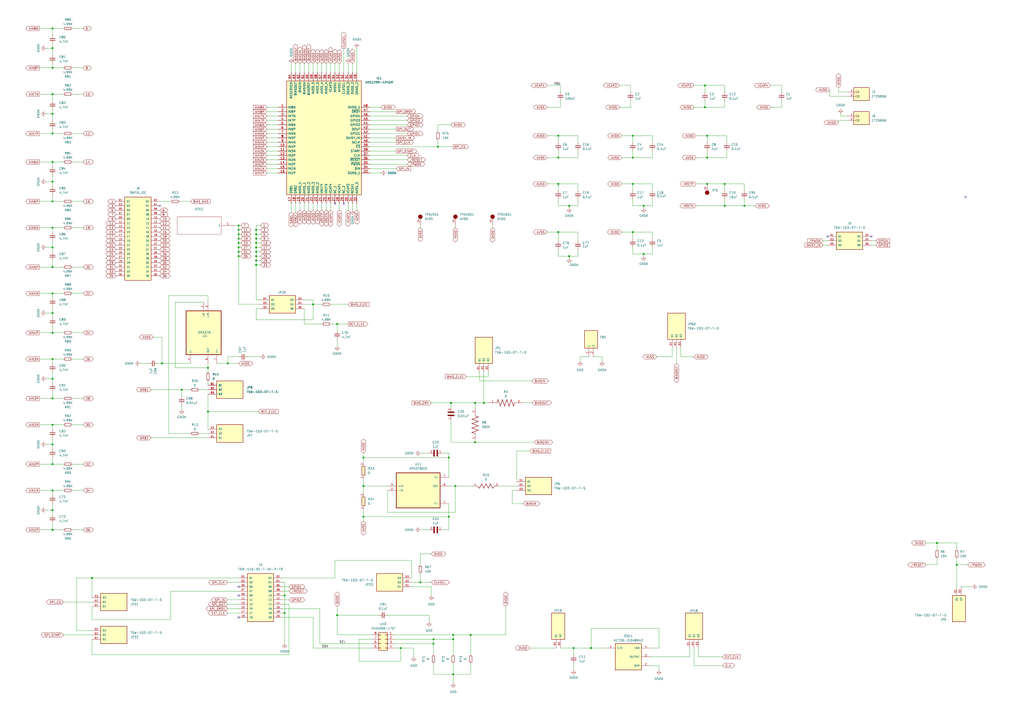
<source format=kicad_sch>
(kicad_sch (version 20231120) (generator "eeschema") (generator_version "8.0")
  (paper "A2")
  (junction (at 30.48 27.94))
  (junction (at 138.43 130.81))
  (junction (at 410.21 78.74))
  (junction (at 30.48 181.61))
  (junction (at 138.43 140.97))
  (junction (at 181.61 176.53))
  (junction (at 120.65 238.76))
  (junction (at 408.94 62.23))
  (junction (at 408.94 49.53))
  (junction (at 30.48 257.81))
  (junction (at 420.37 106.68))
  (junction (at 148.59 138.43))
  (junction (at 30.48 208.28))
  (junction (at 273.05 368.3))
  (junction (at 120.65 213.36))
  (junction (at 254 85.09))
  (junction (at 138.43 143.51))
  (junction (at 262.89 391.16))
  (junction (at 330.2 148.59))
  (junction (at 195.58 187.96))
  (junction (at 373.38 119.38))
  (junction (at 232.41 375.92))
  (junction (at 280.67 233.68))
  (junction (at 410.21 91.44))
  (junction (at 148.59 143.51))
  (junction (at 148.59 133.35))
  (junction (at 30.48 295.91))
  (junction (at 260.35 299.72))
  (junction (at 30.48 307.34))
  (junction (at 251.46 373.38))
  (junction (at 261.62 233.68))
  (junction (at 30.48 219.71))
  (junction (at 132.08 210.82))
  (junction (at 275.59 256.54))
  (junction (at 30.48 16.51))
  (junction (at 342.9 375.92))
  (junction (at 148.59 135.89))
  (junction (at 165.1 345.44))
  (junction (at 148.59 146.05))
  (junction (at 148.59 151.13))
  (junction (at 30.48 54.61))
  (junction (at 53.34 335.28))
  (junction (at 30.48 246.38))
  (junction (at 332.74 375.92))
  (junction (at 210.82 281.94))
  (junction (at 323.85 91.44))
  (junction (at 275.59 233.68))
  (junction (at 30.48 231.14))
  (junction (at 260.35 265.43))
  (junction (at 210.82 299.72))
  (junction (at 431.8 119.38))
  (junction (at 373.38 147.32))
  (junction (at 30.48 77.47))
  (junction (at 420.37 119.38))
  (junction (at 554.99 327.66))
  (junction (at 367.03 106.68))
  (junction (at 30.48 269.24))
  (junction (at 210.82 265.43))
  (junction (at 138.43 146.05))
  (junction (at 165.1 355.6))
  (junction (at 262.89 368.3))
  (junction (at 148.59 140.97))
  (junction (at 105.41 226.06))
  (junction (at 30.48 284.48))
  (junction (at 323.85 106.68))
  (junction (at 367.03 134.62))
  (junction (at 243.84 337.82))
  (junction (at 30.48 193.04))
  (junction (at 148.59 148.59))
  (junction (at 30.48 116.84))
  (junction (at 93.98 210.82))
  (junction (at 138.43 138.43))
  (junction (at 262.89 370.84))
  (junction (at 330.2 119.38))
  (junction (at 251.46 370.84))
  (junction (at 264.16 281.94))
  (junction (at 323.85 134.62))
  (junction (at 30.48 154.94))
  (junction (at 30.48 170.18))
  (junction (at 30.48 39.37))
  (junction (at 195.58 356.87))
  (junction (at 543.56 314.96))
  (junction (at 138.43 135.89))
  (junction (at 138.43 133.35))
  (junction (at 30.48 132.08))
  (junction (at 30.48 93.98))
  (junction (at 30.48 143.51))
  (junction (at 30.48 105.41))
  (junction (at 323.85 78.74))
  (junction (at 410.21 106.68))
  (junction (at 138.43 148.59))
  (junction (at 367.03 91.44))
  (junction (at 367.03 78.74))
  (junction (at 148.59 153.67))
  (junction (at 30.48 66.04))
  (no_connect (at 138.43 340.36))
  (no_connect (at 560.07 114.3))
  (no_connect (at 199.39 118.11))
  (no_connect (at 480.06 137.16))
  (no_connect (at 138.43 358.14))
  (no_connect (at 194.31 118.11))
  (no_connect (at 92.71 119.38))
  (no_connect (at 138.43 345.44))
  (no_connect (at 505.46 137.16))
  (wire (pts (xy 22.86 246.38) (xy 30.48 246.38)))
  (wire (pts (xy 154.94 87.63) (xy 161.29 87.63)))
  (wire (pts (xy 297.18 292.1) (xy 303.53 292.1)))
  (wire (pts (xy 400.05 375.92) (xy 400.05 381)))
  (wire (pts (xy 154.94 85.09) (xy 161.29 85.09)))
  (wire (pts (xy 30.48 292.1) (xy 30.48 295.91)))
  (wire (pts (xy 210.82 281.94) (xy 210.82 278.13)))
  (wire (pts (xy 275.59 233.68) (xy 280.67 233.68)))
  (wire (pts (xy 332.74 388.62) (xy 332.74 384.81)))
  (wire (pts (xy 204.47 36.83) (xy 204.47 41.91)))
  (wire (pts (xy 214.63 100.33) (xy 220.98 100.33)))
  (wire (pts (xy 22.86 39.37) (xy 30.48 39.37)))
  (wire (pts (xy 191.77 36.83) (xy 191.77 41.91)))
  (wire (pts (xy 378.46 78.74) (xy 378.46 82.55)))
  (wire (pts (xy 91.44 210.82) (xy 93.98 210.82)))
  (wire (pts (xy 41.91 269.24) (xy 48.26 269.24)))
  (wire (pts (xy 148.59 130.81) (xy 148.59 133.35)))
  (wire (pts (xy 30.48 77.47) (xy 30.48 74.93)))
  (wire (pts (xy 30.48 246.38) (xy 36.83 246.38)))
  (wire (pts (xy 382.27 386.08) (xy 382.27 388.62)))
  (wire (pts (xy 41.91 93.98) (xy 48.26 93.98)))
  (wire (pts (xy 336.55 207.01) (xy 336.55 209.55)))
  (wire (pts (xy 214.63 90.17) (xy 236.22 90.17)))
  (wire (pts (xy 420.37 106.68) (xy 431.8 106.68)))
  (wire (pts (xy 30.48 93.98) (xy 36.83 93.98)))
  (wire (pts (xy 410.21 106.68) (xy 420.37 106.68)))
  (wire (pts (xy 148.59 143.51) (xy 148.59 146.05)))
  (wire (pts (xy 378.46 119.38) (xy 378.46 115.57)))
  (wire (pts (xy 228.6 375.92) (xy 232.41 375.92)))
  (wire (pts (xy 224.79 297.18) (xy 264.16 297.18)))
  (wire (pts (xy 22.86 170.18) (xy 30.48 170.18)))
  (wire (pts (xy 410.21 82.55) (xy 410.21 78.74)))
  (wire (pts (xy 30.48 105.41) (xy 30.48 107.95)))
  (wire (pts (xy 410.21 78.74) (xy 421.64 78.74)))
  (wire (pts (xy 148.59 146.05) (xy 148.59 148.59)))
  (wire (pts (xy 264.16 281.94) (xy 274.32 281.94)))
  (wire (pts (xy 181.61 185.42) (xy 181.61 176.53)))
  (wire (pts (xy 181.61 36.83) (xy 181.61 41.91)))
  (wire (pts (xy 264.16 130.81) (xy 264.16 132.08)))
  (wire (pts (xy 250.19 340.36) (xy 250.19 345.44)))
  (wire (pts (xy 325.12 62.23) (xy 325.12 58.42)))
  (wire (pts (xy 420.37 119.38) (xy 431.8 119.38)))
  (wire (pts (xy 335.28 148.59) (xy 335.28 144.78)))
  (wire (pts (xy 101.6 213.36) (xy 101.6 175.26)))
  (wire (pts (xy 214.63 82.55) (xy 229.87 82.55)))
  (wire (pts (xy 367.03 91.44) (xy 378.46 91.44)))
  (wire (pts (xy 421.64 91.44) (xy 421.64 87.63)))
  (wire (pts (xy 30.48 54.61) (xy 36.83 54.61)))
  (wire (pts (xy 408.94 53.34) (xy 408.94 49.53)))
  (wire (pts (xy 377.19 386.08) (xy 382.27 386.08)))
  (wire (pts (xy 323.85 134.62) (xy 323.85 139.7)))
  (wire (pts (xy 154.94 64.77) (xy 161.29 64.77)))
  (wire (pts (xy 421.64 78.74) (xy 421.64 82.55)))
  (wire (pts (xy 22.86 208.28) (xy 30.48 208.28)))
  (wire (pts (xy 36.83 349.25) (xy 53.34 349.25)))
  (wire (pts (xy 360.68 78.74) (xy 367.03 78.74)))
  (wire (pts (xy 125.73 210.82) (xy 132.08 210.82)))
  (wire (pts (xy 168.91 123.19) (xy 168.91 118.11)))
  (wire (pts (xy 101.6 175.26) (xy 118.11 175.26)))
  (wire (pts (xy 323.85 110.49) (xy 323.85 106.68)))
  (wire (pts (xy 254 72.39) (xy 254 76.2)))
  (wire (pts (xy 228.6 370.84) (xy 251.46 370.84)))
  (wire (pts (xy 228.6 368.3) (xy 262.89 368.3)))
  (wire (pts (xy 148.59 135.89) (xy 148.59 138.43)))
  (wire (pts (xy 323.85 148.59) (xy 330.2 148.59)))
  (wire (pts (xy 30.48 208.28) (xy 36.83 208.28)))
  (wire (pts (xy 30.48 231.14) (xy 30.48 227.33)))
  (wire (pts (xy 224.79 281.94) (xy 210.82 281.94)))
  (wire (pts (xy 264.16 297.18) (xy 264.16 281.94)))
  (wire (pts (xy 248.92 356.87) (xy 248.92 360.68)))
  (wire (pts (xy 285.75 130.81) (xy 285.75 132.08)))
  (wire (pts (xy 373.38 147.32) (xy 378.46 147.32)))
  (wire (pts (xy 487.68 66.04) (xy 487.68 67.31)))
  (wire (pts (xy 22.86 77.47) (xy 30.48 77.47)))
  (wire (pts (xy 261.62 233.68) (xy 261.62 236.22)))
  (wire (pts (xy 86.36 210.82) (xy 81.28 210.82)))
  (wire (pts (xy 132.08 207.01) (xy 132.08 210.82)))
  (wire (pts (xy 210.82 295.91) (xy 210.82 299.72)))
  (wire (pts (xy 132.08 353.06) (xy 138.43 353.06)))
  (wire (pts (xy 367.03 78.74) (xy 378.46 78.74)))
  (wire (pts (xy 199.39 27.94) (xy 199.39 41.91)))
  (wire (pts (xy 260.35 265.43) (xy 260.35 276.86)))
  (wire (pts (xy 154.94 100.33) (xy 161.29 100.33)))
  (wire (pts (xy 342.9 364.49) (xy 342.9 375.92)))
  (wire (pts (xy 323.85 82.55) (xy 323.85 78.74)))
  (wire (pts (xy 30.48 134.62) (xy 30.48 132.08)))
  (wire (pts (xy 382.27 375.92) (xy 382.27 364.49)))
  (wire (pts (xy 165.1 345.44) (xy 165.1 355.6)))
  (wire (pts (xy 250.19 337.82) (xy 243.84 337.82)))
  (wire (pts (xy 181.61 375.92) (xy 215.9 375.92)))
  (wire (pts (xy 260.35 307.34) (xy 256.54 307.34)))
  (wire (pts (xy 408.94 62.23) (xy 420.37 62.23)))
  (wire (pts (xy 317.5 91.44) (xy 323.85 91.44)))
  (wire (pts (xy 214.63 72.39) (xy 236.22 72.39)))
  (wire (pts (xy 148.59 153.67) (xy 151.13 153.67)))
  (wire (pts (xy 41.91 116.84) (xy 48.26 116.84)))
  (wire (pts (xy 261.62 72.39) (xy 254 72.39)))
  (wire (pts (xy 262.89 368.3) (xy 262.89 370.84)))
  (wire (pts (xy 491.49 55.88) (xy 481.33 55.88)))
  (wire (pts (xy 148.59 153.67) (xy 148.59 173.99)))
  (wire (pts (xy 148.59 133.35) (xy 148.59 135.89)))
  (wire (pts (xy 30.48 307.34) (xy 36.83 307.34)))
  (wire (pts (xy 486.41 69.85) (xy 486.41 71.12)))
  (wire (pts (xy 87.63 226.06) (xy 105.41 226.06)))
  (wire (pts (xy 554.99 314.96) (xy 554.99 318.77)))
  (wire (pts (xy 210.82 299.72) (xy 260.35 299.72)))
  (wire (pts (xy 151.13 133.35) (xy 148.59 133.35)))
  (wire (pts (xy 238.76 340.36) (xy 250.19 340.36)))
  (wire (pts (xy 335.28 78.74) (xy 335.28 82.55)))
  (wire (pts (xy 41.91 132.08) (xy 48.26 132.08)))
  (wire (pts (xy 537.21 314.96) (xy 543.56 314.96)))
  (wire (pts (xy 30.48 132.08) (xy 36.83 132.08)))
  (wire (pts (xy 408.94 49.53) (xy 420.37 49.53)))
  (wire (pts (xy 403.86 106.68) (xy 410.21 106.68)))
  (wire (pts (xy 138.43 143.51) (xy 139.7 143.51)))
  (wire (pts (xy 30.48 215.9) (xy 30.48 219.71)))
  (wire (pts (xy 167.64 340.36) (xy 163.83 340.36)))
  (wire (pts (xy 179.07 41.91) (xy 179.07 36.83)))
  (wire (pts (xy 214.63 77.47) (xy 236.22 77.47)))
  (wire (pts (xy 132.08 207.01) (xy 138.43 207.01)))
  (wire (pts (xy 30.48 210.82) (xy 30.48 208.28)))
  (wire (pts (xy 138.43 176.53) (xy 151.13 176.53)))
  (wire (pts (xy 30.48 231.14) (xy 36.83 231.14)))
  (wire (pts (xy 132.08 337.82) (xy 138.43 337.82)))
  (wire (pts (xy 280.67 215.9) (xy 280.67 233.68)))
  (wire (pts (xy 120.65 210.82) (xy 120.65 213.36)))
  (wire (pts (xy 22.86 93.98) (xy 30.48 93.98)))
  (wire (pts (xy 410.21 87.63) (xy 410.21 91.44)))
  (wire (pts (xy 167.64 347.98) (xy 163.83 347.98)))
  (wire (pts (xy 22.86 116.84) (xy 30.48 116.84)))
  (wire (pts (xy 196.85 121.92) (xy 196.85 118.11)))
  (wire (pts (xy 181.61 118.11) (xy 181.61 121.92)))
  (wire (pts (xy 189.23 121.92) (xy 189.23 118.11)))
  (wire (pts (xy 447.04 62.23) (xy 453.39 62.23)))
  (wire (pts (xy 262.89 391.16) (xy 262.89 396.24)))
  (wire (pts (xy 53.34 359.41) (xy 99.06 359.41)))
  (wire (pts (xy 148.59 148.59) (xy 151.13 148.59)))
  (wire (pts (xy 214.63 87.63) (xy 229.87 87.63)))
  (wire (pts (xy 22.86 193.04) (xy 30.48 193.04)))
  (wire (pts (xy 486.41 53.34) (xy 491.49 53.34)))
  (wire (pts (xy 120.65 228.6) (xy 120.65 238.76)))
  (wire (pts (xy 275.59 233.68) (xy 275.59 236.22)))
  (wire (pts (xy 325.12 49.53) (xy 325.12 53.34)))
  (wire (pts (xy 185.42 373.38) (xy 185.42 353.06)))
  (wire (pts (xy 367.03 87.63) (xy 367.03 91.44)))
  (wire (pts (xy 273.05 368.3) (xy 293.37 368.3)))
  (wire (pts (xy 240.03 375.92) (xy 240.03 381)))
  (wire (pts (xy 22.86 269.24) (xy 30.48 269.24)))
  (wire (pts (xy 30.48 116.84) (xy 36.83 116.84)))
  (wire (pts (xy 365.76 53.34) (xy 365.76 49.53)))
  (wire (pts (xy 403.86 91.44) (xy 410.21 91.44)))
  (wire (pts (xy 201.93 176.53) (xy 191.77 176.53)))
  (wire (pts (xy 87.63 254) (xy 120.65 254)))
  (wire (pts (xy 186.69 121.92) (xy 186.69 118.11)))
  (wire (pts (xy 477.52 139.7) (xy 480.06 139.7)))
  (wire (pts (xy 99.06 116.84) (xy 92.71 116.84)))
  (wire (pts (xy 53.34 365.76) (xy 44.45 365.76)))
  (wire (pts (xy 41.91 154.94) (xy 48.26 154.94)))
  (wire (pts (xy 179.07 121.92) (xy 179.07 118.11)))
  (wire (pts (xy 30.48 25.4) (xy 30.48 27.94)))
  (wire (pts (xy 453.39 53.34) (xy 453.39 49.53)))
  (wire (pts (xy 505.46 142.24) (xy 508 142.24)))
  (wire (pts (xy 154.94 72.39) (xy 161.29 72.39)))
  (wire (pts (xy 261.62 233.68) (xy 275.59 233.68)))
  (wire (pts (xy 186.69 36.83) (xy 186.69 41.91)))
  (wire (pts (xy 167.64 350.52) (xy 167.64 379.73)))
  (wire (pts (xy 335.28 91.44) (xy 335.28 87.63)))
  (wire (pts (xy 250.19 233.68) (xy 261.62 233.68)))
  (wire (pts (xy 30.48 66.04) (xy 30.48 69.85)))
  (wire (pts (xy 378.46 91.44) (xy 378.46 87.63)))
  (wire (pts (xy 367.03 106.68) (xy 378.46 106.68)))
  (wire (pts (xy 330.2 120.65) (xy 330.2 119.38)))
  (wire (pts (xy 30.48 257.81) (xy 30.48 260.35)))
  (wire (pts (xy 195.58 351.79) (xy 195.58 356.87)))
  (wire (pts (xy 171.45 123.19) (xy 171.45 118.11)))
  (wire (pts (xy 120.65 171.45) (xy 120.65 175.26)))
  (wire (pts (xy 163.83 353.06) (xy 185.42 353.06)))
  (wire (pts (xy 176.53 173.99) (xy 181.61 173.99)))
  (wire (pts (xy 22.86 132.08) (xy 30.48 132.08)))
  (wire (pts (xy 262.89 368.3) (xy 273.05 368.3)))
  (wire (pts (xy 283.21 215.9) (xy 283.21 218.44)))
  (wire (pts (xy 554.99 327.66) (xy 554.99 340.36)))
  (wire (pts (xy 349.25 207.01) (xy 349.25 209.55)))
  (wire (pts (xy 148.59 179.07) (xy 148.59 185.42)))
  (wire (pts (xy 154.94 82.55) (xy 161.29 82.55)))
  (wire (pts (xy 278.13 215.9) (xy 278.13 220.98)))
  (wire (pts (xy 243.84 332.74) (xy 243.84 337.82)))
  (wire (pts (xy 261.62 256.54) (xy 275.59 256.54)))
  (wire (pts (xy 176.53 41.91) (xy 176.53 36.83)))
  (wire (pts (xy 139.7 133.35) (xy 138.43 133.35)))
  (wire (pts (xy 41.91 170.18) (xy 48.26 170.18)))
  (wire (pts (xy 400.05 381) (xy 377.19 381)))
  (wire (pts (xy 260.35 281.94) (xy 264.16 281.94)))
  (wire (pts (xy 214.63 67.31) (xy 236.22 67.31)))
  (wire (pts (xy 299.72 284.48) (xy 297.18 284.48)))
  (wire (pts (xy 176.53 179.07) (xy 176.53 187.96)))
  (wire (pts (xy 256.54 262.89) (xy 260.35 262.89)))
  (wire (pts (xy 105.41 237.49) (xy 105.41 234.95)))
  (wire (pts (xy 410.21 91.44) (xy 421.64 91.44)))
  (wire (pts (xy 22.86 16.51) (xy 30.48 16.51)))
  (wire (pts (xy 154.94 62.23) (xy 161.29 62.23)))
  (wire (pts (xy 307.34 375.92) (xy 322.58 375.92)))
  (wire (pts (xy 143.51 207.01) (xy 151.13 207.01)))
  (wire (pts (xy 30.48 172.72) (xy 30.48 170.18)))
  (wire (pts (xy 323.85 106.68) (xy 335.28 106.68)))
  (wire (pts (xy 210.82 281.94) (xy 210.82 285.75)))
  (wire (pts (xy 173.99 121.92) (xy 173.99 118.11)))
  (wire (pts (xy 105.41 226.06) (xy 105.41 229.87)))
  (wire (pts (xy 275.59 256.54) (xy 309.88 256.54)))
  (wire (pts (xy 186.69 176.53) (xy 181.61 176.53)))
  (wire (pts (xy 148.59 140.97) (xy 148.59 143.51)))
  (wire (pts (xy 194.31 36.83) (xy 194.31 41.91)))
  (wire (pts (xy 148.59 140.97) (xy 151.13 140.97)))
  (wire (pts (xy 41.91 39.37) (xy 48.26 39.37)))
  (wire (pts (xy 189.23 36.83) (xy 189.23 41.91)))
  (wire (pts (xy 181.61 176.53) (xy 176.53 176.53)))
  (wire (pts (xy 154.94 90.17) (xy 161.29 90.17)))
  (wire (pts (xy 22.86 284.48) (xy 30.48 284.48)))
  (wire (pts (xy 278.13 220.98) (xy 308.61 220.98)))
  (wire (pts (xy 367.03 82.55) (xy 367.03 78.74)))
  (wire (pts (xy 392.43 201.93) (xy 392.43 210.82)))
  (wire (pts (xy 151.13 135.89) (xy 148.59 135.89)))
  (wire (pts (xy 30.48 143.51) (xy 26.67 143.51)))
  (wire (pts (xy 262.89 370.84) (xy 262.89 379.73)))
  (wire (pts (xy 367.03 115.57) (xy 367.03 119.38)))
  (wire (pts (xy 365.76 58.42) (xy 365.76 62.23)))
  (wire (pts (xy 243.84 132.08) (xy 243.84 130.81)))
  (wire (pts (xy 132.08 350.52) (xy 138.43 350.52)))
  (wire (pts (xy 30.48 193.04) (xy 36.83 193.04)))
  (wire (pts (xy 22.86 231.14) (xy 30.48 231.14)))
  (wire (pts (xy 151.13 179.07) (xy 148.59 179.07)))
  (wire (pts (xy 420.37 110.49) (xy 420.37 106.68)))
  (wire (pts (xy 195.58 196.85) (xy 195.58 200.66)))
  (wire (pts (xy 41.91 193.04) (xy 48.26 193.04)))
  (wire (pts (xy 97.79 171.45) (xy 120.65 171.45)))
  (wire (pts (xy 210.82 265.43) (xy 210.82 267.97)))
  (wire (pts (xy 30.48 101.6) (xy 30.48 105.41)))
  (wire (pts (xy 138.43 146.05) (xy 139.7 146.05)))
  (wire (pts (xy 402.59 62.23) (xy 408.94 62.23)))
  (wire (pts (xy 201.93 36.83) (xy 201.93 41.91)))
  (wire (pts (xy 317.5 62.23) (xy 325.12 62.23)))
  (wire (pts (xy 195.58 356.87) (xy 195.58 368.3)))
  (wire (pts (xy 99.06 359.41) (xy 99.06 342.9)))
  (wire (pts (xy 195.58 191.77) (xy 195.58 187.96)))
  (wire (pts (xy 201.93 121.92) (xy 201.93 118.11)))
  (wire (pts (xy 41.91 246.38) (xy 48.26 246.38)))
  (wire (pts (xy 330.2 119.38) (xy 335.28 119.38)))
  (wire (pts (xy 561.34 327.66) (xy 554.99 327.66)))
  (wire (pts (xy 214.63 69.85) (xy 236.22 69.85)))
  (wire (pts (xy 289.56 281.94) (xy 299.72 281.94)))
  (wire (pts (xy 486.41 50.8) (xy 486.41 53.34)))
  (wire (pts (xy 41.91 16.51) (xy 48.26 16.51)))
  (wire (pts (xy 332.74 375.92) (xy 342.9 375.92)))
  (wire (pts (xy 115.57 251.46) (xy 120.65 251.46)))
  (wire (pts (xy 214.63 95.25) (xy 236.22 95.25)))
  (wire (pts (xy 132.08 355.6) (xy 138.43 355.6)))
  (wire (pts (xy 332.74 379.73) (xy 332.74 375.92)))
  (wire (pts (xy 251.46 373.38) (xy 251.46 379.73)))
  (wire (pts (xy 367.03 110.49) (xy 367.03 106.68)))
  (wire (pts (xy 176.53 121.92) (xy 176.53 118.11)))
  (wire (pts (xy 405.13 381) (xy 419.1 381)))
  (wire (pts (xy 154.94 92.71) (xy 161.29 92.71)))
  (wire (pts (xy 481.33 52.07) (xy 481.33 55.88)))
  (wire (pts (xy 148.59 148.59) (xy 148.59 151.13)))
  (wire (pts (xy 41.91 284.48) (xy 48.26 284.48)))
  (wire (pts (xy 194.31 335.28) (xy 194.31 325.12)))
  (wire (pts (xy 323.85 144.78) (xy 323.85 148.59)))
  (wire (pts (xy 44.45 335.28) (xy 53.34 335.28)))
  (wire (pts (xy 377.19 375.92) (xy 382.27 375.92)))
  (wire (pts (xy 93.98 210.82) (xy 110.49 210.82)))
  (wire (pts (xy 184.15 121.92) (xy 184.15 118.11)))
  (wire (pts (xy 30.48 287.02) (xy 30.48 284.48)))
  (wire (pts (xy 138.43 146.05) (xy 138.43 148.59)))
  (wire (pts (xy 120.65 213.36) (xy 101.6 213.36)))
  (wire (pts (xy 214.63 97.79) (xy 229.87 97.79)))
  (wire (pts (xy 110.49 226.06) (xy 105.41 226.06)))
  (wire (pts (xy 154.94 95.25) (xy 161.29 95.25)))
  (wire (pts (xy 120.65 220.98) (xy 120.65 223.52)))
  (wire (pts (xy 93.98 210.82) (xy 93.98 195.58)))
  (wire (pts (xy 335.28 119.38) (xy 335.28 115.57)))
  (wire (pts (xy 30.48 16.51) (xy 36.83 16.51)))
  (wire (pts (xy 408.94 58.42) (xy 408.94 62.23)))
  (wire (pts (xy 195.58 187.96) (xy 191.77 187.96)))
  (wire (pts (xy 22.86 307.34) (xy 30.48 307.34)))
  (wire (pts (xy 138.43 130.81) (xy 138.43 133.35)))
  (wire (pts (xy 138.43 138.43) (xy 138.43 140.97)))
  (wire (pts (xy 431.8 106.68) (xy 431.8 110.49)))
  (wire (pts (xy 254 81.28) (xy 254 85.09)))
  (wire (pts (xy 53.34 335.28) (xy 138.43 335.28)))
  (wire (pts (xy 30.48 154.94) (xy 30.48 151.13)))
  (wire (pts (xy 317.5 49.53) (xy 325.12 49.53)))
  (wire (pts (xy 359.41 62.23) (xy 365.76 62.23)))
  (wire (pts (xy 173.99 41.91) (xy 173.99 36.83)))
  (wire (pts (xy 30.48 177.8) (xy 30.48 181.61)))
  (wire (pts (xy 260.35 262.89) (xy 260.35 265.43)))
  (wire (pts (xy 110.49 251.46) (xy 97.79 251.46)))
  (wire (pts (xy 543.56 314.96) (xy 554.99 314.96)))
  (wire (pts (xy 214.63 64.77) (xy 229.87 64.77)))
  (wire (pts (xy 30.48 66.04) (xy 26.67 66.04)))
  (wire (pts (xy 154.94 97.79) (xy 161.29 97.79)))
  (wire (pts (xy 208.28 370.84) (xy 208.28 383.54)))
  (wire (pts (xy 207.01 121.92) (xy 207.01 118.11)))
  (wire (pts (xy 176.53 187.96) (xy 186.69 187.96)))
  (wire (pts (xy 323.85 78.74) (xy 335.28 78.74)))
  (wire (pts (xy 214.63 92.71) (xy 236.22 92.71)))
  (wire (pts (xy 30.48 77.47) (xy 36.83 77.47)))
  (wire (pts (xy 215.9 373.38) (xy 185.42 373.38)))
  (wire (pts (xy 280.67 233.68) (xy 283.21 233.68)))
  (wire (pts (xy 41.91 307.34) (xy 48.26 307.34)))
  (wire (pts (xy 132.08 210.82) (xy 138.43 210.82)))
  (wire (pts (xy 53.34 346.71) (xy 53.34 335.28)))
  (wire (pts (xy 262.89 391.16) (xy 273.05 391.16)))
  (wire (pts (xy 30.48 96.52) (xy 30.48 93.98)))
  (wire (pts (xy 30.48 269.24) (xy 30.48 265.43)))
  (wire (pts (xy 402.59 375.92) (xy 402.59 386.08)))
  (wire (pts (xy 139.7 135.89) (xy 138.43 135.89)))
  (wire (pts (xy 167.64 379.73) (xy 53.34 379.73)))
  (wire (pts (xy 184.15 36.83) (xy 184.15 41.91)))
  (wire (pts (xy 283.21 218.44) (xy 270.51 218.44)))
  (wire (pts (xy 238.76 325.12) (xy 238.76 335.28)))
  (wire (pts (xy 543.56 323.85) (xy 543.56 327.66)))
  (wire (pts (xy 163.83 355.6) (xy 165.1 355.6)))
  (wire (pts (xy 210.82 299.72) (xy 210.82 302.26)))
  (wire (pts (xy 341.63 207.01) (xy 336.55 207.01)))
  (wire (pts (xy 563.88 340.36) (xy 557.53 340.36)))
  (wire (pts (xy 330.2 149.86) (xy 330.2 148.59)))
  (wire (pts (xy 367.03 119.38) (xy 373.38 119.38)))
  (wire (pts (xy 163.83 358.14) (xy 181.61 358.14)))
  (wire (pts (xy 543.56 318.77) (xy 543.56 314.96)))
  (wire (pts (xy 505.46 139.7) (xy 508 139.7)))
  (wire (pts (xy 41.91 231.14) (xy 48.26 231.14)))
  (wire (pts (xy 262.89 391.16) (xy 262.89 384.81)))
  (wire (pts (xy 154.94 69.85) (xy 161.29 69.85)))
  (wire (pts (xy 251.46 391.16) (xy 262.89 391.16)))
  (wire (pts (xy 243.84 337.82) (xy 238.76 337.82)))
  (wire (pts (xy 208.28 383.54) (xy 232.41 383.54)))
  (wire (pts (xy 148.59 143.51) (xy 151.13 143.51)))
  (wire (pts (xy 30.48 295.91) (xy 26.67 295.91)))
  (wire (pts (xy 367.03 143.51) (xy 367.03 147.32)))
  (wire (pts (xy 214.63 62.23) (xy 220.98 62.23)))
  (wire (pts (xy 207.01 27.94) (xy 207.01 41.91)))
  (wire (pts (xy 41.91 77.47) (xy 48.26 77.47)))
  (wire (pts (xy 215.9 370.84) (xy 208.28 370.84)))
  (wire (pts (xy 261.62 243.84) (xy 261.62 256.54)))
  (wire (pts (xy 224.79 284.48) (xy 224.79 297.18)))
  (wire (pts (xy 30.48 219.71) (xy 26.67 219.71)))
  (wire (pts (xy 453.39 58.42) (xy 453.39 62.23)))
  (wire (pts (xy 403.86 119.38) (xy 420.37 119.38)))
  (wire (pts (xy 30.48 193.04) (xy 30.48 189.23)))
  (wire (pts (xy 163.83 345.44) (xy 165.1 345.44)))
  (wire (pts (xy 30.48 27.94) (xy 30.48 31.75)))
  (wire (pts (xy 381 207.01) (xy 389.89 207.01)))
  (wire (pts (xy 30.48 181.61) (xy 30.48 184.15)))
  (wire (pts (xy 30.48 257.81) (xy 26.67 257.81)))
  (wire (pts (xy 30.48 170.18) (xy 36.83 170.18)))
  (wire (pts (xy 22.86 54.61) (xy 30.48 54.61)))
  (wire (pts (xy 181.61 358.14) (xy 181.61 375.92)))
  (wire (pts (xy 325.12 375.92) (xy 332.74 375.92)))
  (wire (pts (xy 30.48 254) (xy 30.48 257.81)))
  (wire (pts (xy 168.91 36.83) (xy 168.91 41.91)))
  (wire (pts (xy 260.35 292.1) (xy 260.35 299.72)))
  (wire (pts (xy 297.18 284.48) (xy 297.18 292.1)))
  (wire (pts (xy 30.48 139.7) (xy 30.48 143.51)))
  (wire (pts (xy 30.48 219.71) (xy 30.48 222.25)))
  (wire (pts (xy 30.48 27.94) (xy 26.67 27.94)))
  (wire (pts (xy 165.1 337.82) (xy 165.1 345.44)))
  (wire (pts (xy 30.48 116.84) (xy 30.48 113.03)))
  (wire (pts (xy 138.43 140.97) (xy 138.43 143.51)))
  (wire (pts (xy 154.94 77.47) (xy 161.29 77.47)))
  (wire (pts (xy 210.82 262.89) (xy 210.82 265.43)))
  (wire (pts (xy 360.68 106.68) (xy 367.03 106.68)))
  (wire (pts (xy 120.65 238.76) (xy 149.86 238.76)))
  (wire (pts (xy 335.28 134.62) (xy 335.28 139.7)))
  (wire (pts (xy 378.46 134.62) (xy 378.46 138.43)))
  (wire (pts (xy 148.59 151.13) (xy 151.13 151.13)))
  (wire (pts (xy 30.48 143.51) (xy 30.48 146.05)))
  (wire (pts (xy 30.48 307.34) (xy 30.48 303.53)))
  (wire (pts (xy 224.79 356.87) (xy 248.92 356.87)))
  (wire (pts (xy 165.1 355.6) (xy 165.1 373.38)))
  (wire (pts (xy 138.43 133.35) (xy 138.43 135.89)))
  (wire (pts (xy 243.84 307.34) (xy 248.92 307.34)))
  (wire (pts (xy 30.48 39.37) (xy 30.48 36.83)))
  (wire (pts (xy 317.5 78.74) (xy 323.85 78.74)))
  (wire (pts (xy 30.48 181.61) (xy 26.67 181.61)))
  (wire (pts (xy 373.38 119.38) (xy 378.46 119.38)))
  (wire (pts (xy 360.68 91.44) (xy 367.03 91.44)))
  (wire (pts (xy 373.38 120.65) (xy 373.38 119.38)))
  (wire (pts (xy 367.03 134.62) (xy 378.46 134.62)))
  (wire (pts (xy 148.59 146.05) (xy 151.13 146.05)))
  (wire (pts (xy 138.43 138.43) (xy 139.7 138.43)))
  (wire (pts (xy 431.8 119.38) (xy 431.8 115.57)))
  (wire (pts (xy 232.41 375.92) (xy 240.03 375.92)))
  (wire (pts (xy 148.59 138.43) (xy 151.13 138.43)))
  (wire (pts (xy 138.43 135.89) (xy 138.43 138.43)))
  (wire (pts (xy 30.48 105.41) (xy 26.67 105.41)))
  (wire (pts (xy 420.37 115.57) (xy 420.37 119.38)))
  (wire (pts (xy 317.5 106.68) (xy 323.85 106.68)))
  (wire (pts (xy 30.48 269.24) (xy 36.83 269.24)))
  (wire (pts (xy 167.64 342.9) (xy 163.83 342.9)))
  (wire (pts (xy 420.37 49.53) (xy 420.37 53.34)))
  (wire (pts (xy 554.99 323.85) (xy 554.99 327.66)))
  (wire (pts (xy 148.59 185.42) (xy 181.61 185.42)))
  (wire (pts (xy 487.68 67.31) (xy 491.49 67.31)))
  (wire (pts (xy 138.43 130.81) (xy 135.89 130.81)))
  (wire (pts (xy 139.7 130.81) (xy 138.43 130.81)))
  (wire (pts (xy 403.86 78.74) (xy 410.21 78.74)))
  (wire (pts (xy 97.79 251.46) (xy 97.79 171.45)))
  (wire (pts (xy 228.6 373.38) (xy 251.46 373.38)))
  (wire (pts (xy 360.68 134.62) (xy 367.03 134.62)))
  (wire (pts (xy 30.48 20.32) (xy 30.48 16.51)))
  (wire (pts (xy 359.41 49.53) (xy 365.76 49.53)))
  (wire (pts (xy 402.59 386.08) (xy 419.1 386.08)))
  (wire (pts (xy 251.46 370.84) (xy 262.89 370.84)))
  (wire (pts (xy 138.43 143.51) (xy 138.43 146.05)))
  (wire (pts (xy 378.46 106.68) (xy 378.46 110.49)))
  (wire (pts (xy 30.48 248.92) (xy 30.48 246.38)))
  (wire (pts (xy 138.43 140.97) (xy 139.7 140.97)))
  (wire (pts (xy 163.83 350.52) (xy 167.64 350.52)))
  (wire (pts (xy 251.46 391.16) (xy 251.46 384.81)))
  (wire (pts (xy 163.83 335.28) (xy 194.31 335.28)))
  (wire (pts (xy 323.85 91.44) (xy 335.28 91.44)))
  (wire (pts (xy 232.41 383.54) (xy 232.41 375.92)))
  (wire (pts (xy 323.85 87.63) (xy 323.85 91.44)))
  (wire (pts (xy 181.61 173.99) (xy 181.61 176.53)))
  (wire (pts (xy 214.63 74.93) (xy 229.87 74.93)))
  (wire (pts (xy 154.94 67.31) (xy 161.29 67.31)))
  (wire (pts (xy 210.82 265.43) (xy 260.35 265.43)))
  (wire (pts (xy 299.72 279.4) (xy 299.72 261.62)))
  (wire (pts (xy 120.65 213.36) (xy 120.65 215.9)))
  (wire (pts (xy 323.85 134.62) (xy 335.28 134.62)))
  (wire (pts (xy 138.43 148.59) (xy 139.7 148.59)))
  (wire (pts (xy 402.59 49.53) (xy 408.94 49.53)))
  (wire (pts (xy 41.91 54.61) (xy 48.26 54.61)))
  (wire (pts (xy 214.63 85.09) (xy 254 85.09)))
  (wire (pts (xy 342.9 375.92) (xy 351.79 375.92)))
  (wire (pts (xy 299.72 261.62) (xy 307.34 261.62)))
  (wire (pts (xy 110.49 116.84) (xy 104.14 116.84)))
  (wire (pts (xy 491.49 69.85) (xy 486.41 69.85)))
  (wire (pts (xy 30.48 295.91) (xy 30.48 298.45)))
  (wire (pts (xy 41.91 208.28) (xy 48.26 208.28)))
  (wire (pts (xy 323.85 115.57) (xy 323.85 119.38)))
  (wire (pts (xy 194.31 325.12) (xy 238.76 325.12)))
  (wire (pts (xy 191.77 121.92) (xy 191.77 118.11)))
  (wire (pts (xy 196.85 36.83) (xy 196.85 41.91)))
  (wire (pts (xy 53.34 379.73) (xy 53.34 370.84)))
  (wire (pts (xy 394.97 207.01) (xy 402.59 207.01)))
  (wire (pts (xy 148.59 138.43) (xy 148.59 140.97)))
  (wire (pts (xy 115.57 226.06) (xy 120.65 226.06)))
  (wire (pts (xy 30.48 63.5) (xy 30.48 66.04)))
  (wire (pts (xy 378.46 147.32) (xy 378.46 143.51)))
  (wire (pts (xy 154.94 74.93) (xy 161.29 74.93)))
  (wire (pts (xy 215.9 368.3) (xy 195.58 368.3)))
  (wire (pts (xy 438.15 119.38) (xy 431.8 119.38)))
  (wire (pts (xy 243.84 262.89) (xy 248.92 262.89)))
  (wire (pts (xy 447.04 49.53) (xy 453.39 49.53)))
  (wire (pts (xy 148.59 151.13) (xy 148.59 153.67)))
  (wire (pts (xy 389.89 201.93) (xy 389.89 207.01)))
  (wire (pts (xy 163.83 337.82) (xy 165.1 337.82)))
  (wire (pts (xy 273.05 391.16) (xy 273.05 384.81)))
  (wire (pts (xy 537.21 327.66) (xy 543.56 327.66)))
  (wire (pts (xy 260.35 299.72) (xy 260.35 307.34)))
  (wire (pts (xy 138.43 148.59) (xy 138.43 176.53)))
  (wire (pts (xy 151.13 130.81) (xy 148.59 130.81)))
  (wire (pts (xy 394.97 201.93) (xy 394.97 207.01)))
  (wire (pts (xy 195.58 356.87) (xy 219.71 356.87)))
  (wire (pts (xy 171.45 41.91) (xy 171.45 36.83)))
  (wire (pts (xy 477.52 142.24) (xy 480.06 142.24)))
  (wire (pts (xy 30.48 284.48) (xy 36.83 284.48)))
  (wire (pts (xy 251.46 373.38) (xy 251.46 370.84)))
  (wire (pts (xy 30.48 154.94) (xy 36.83 154.94)))
  (wire (pts (xy 317.5 134.62) (xy 323.85 134.62)))
  (wire (pts (xy 373.38 148.59) (xy 373.38 147.32)))
  (wire (pts (xy 405.13 375.92) (xy 405.13 381)))
  (wire (pts (xy 99.06 342.9) (xy 138.43 342.9)))
  (wire (pts (xy 214.63 80.01) (xy 229.87 80.01)))
  (wire (pts (xy 132.08 347.98) (xy 138.43 347.98)))
  (wire (pts (xy 330.2 148.59) (xy 335.28 148.59)))
  (wire (pts (xy 22.86 154.94) (xy 30.48 154.94)))
  (wire (pts (xy 367.03 138.43) (xy 367.03 134.62)))
  (wire (pts (xy 243.84 321.31) (xy 243.84 327.66)))
  (wire (pts (xy 36.83 368.3) (xy 53.34 368.3)))
  (wire (pts (xy 44.45 365.76) (xy 44.45 335.28)))
  (wire (pts (xy 154.94 80.01) (xy 161.29 80.01)))
  (wire (pts (xy 148.59 173.99) (xy 151.13 173.99)))
  (wire (pts (xy 120.65 238.76) (xy 120.65 248.92)))
  (wire (pts (xy 30.48 58.42) (xy 30.48 54.61)))
  (wire (pts (xy 273.05 368.3) (xy 273.05 379.73)))
  (wire (pts (xy 344.17 207.01) (xy 349.25 207.01)))
  (wire (pts (xy 323.85 119.38) (xy 330.2 119.38)))
  (wire (pts (xy 88.9 195.58) (xy 93.98 195.58)))
  (wire (pts (xy 30.48 39.37) (xy 36.83 39.37)))
  (wire (pts (xy 204.47 118.11) (xy 204.47 121.92)))
  (wire (pts (xy 53.34 351.79) (xy 53.34 359.41)))
  (wire (pts (xy 254 85.09) (xy 262.89 85.09)))
  (wire (pts (xy 293.37 351.79) (xy 293.37 368.3)))
  (wire (pts (xy 335.28 106.68) (xy 335.28 110.49)))
  (wire (pts (xy 420.37 62.23) (xy 420.37 58.42)))
  (wire (pts (xy 382.27 364.49) (xy 342.9 364.49)))
  (wire (pts (xy 201.93 187.96) (xy 195.58 187.96)))
  (wire (pts (xy 367.03 147.32) (xy 373.38 147.32)))
  (wire (pts (xy 303.53 233.68) (xy 308.61 233.68)))
  (wire (pts (xy 250.19 321.31) (xy 243.84 321.31)))
  (label "SCL" (at 196.85 373.38 0))
  (label "VBG" (at 325.12 49.53 180))
  (label "SDA" (at 186.69 375.92 0))
  (global_label "21" (shape bidirectional) (at 151.13 146.05 0) (property "Intersheetrefs" "${INTERSHEET_REFS}" (effects (hide yes))))
  (global_label "AIN6N" (shape output) (at 22.86 93.98 180) (property "Intersheetrefs" "${INTERSHEET_REFS}" (effects (hide yes))))
  (global_label "SPI_DRDY" (shape output) (at 229.87 64.77 0) (property "Intersheetrefs" "${INTERSHEET_REFS}" (effects (hide yes))))
  (global_label "AVSS" (shape bidirectional) (at 210.82 302.26 270) (property "Intersheetrefs" "${INTERSHEET_REFS}" (effects (hide yes))))
  (global_label "31" (shape bidirectional) (at 139.7 146.05 0) (property "Intersheetrefs" "${INTERSHEET_REFS}" (effects (hide yes))))
  (global_label "AVSS" (shape bidirectional) (at 184.15 121.92 270) (property "Intersheetrefs" "${INTERSHEET_REFS}" (effects (hide yes))))
  (global_label "{slash}RESET" (shape bidirectional) (at 167.64 342.9 0) (property "Intersheetrefs" "${INTERSHEET_REFS}" (effects (hide yes))))
  (global_label "6" (shape bidirectional) (at 92.71 121.92 0) (property "Intersheetrefs" "${INTERSHEET_REFS}" (effects (hide yes))))
  (global_label "20" (shape bidirectional) (at 48.26 154.94 0) (property "Intersheetrefs" "${INTERSHEET_REFS}" (effects (hide yes))))
  (global_label "GPIO2" (shape bidirectional) (at 167.64 347.98 0) (property "Intersheetrefs" "${INTERSHEET_REFS}" (effects (hide yes))))
  (global_label "35" (shape bidirectional) (at 67.31 160.02 180) (property "Intersheetrefs" "${INTERSHEET_REFS}" (effects (hide yes))))
  (global_label "BIASREF" (shape bidirectional) (at 392.43 210.82 270) (property "Intersheetrefs" "${INTERSHEET_REFS}" (effects (hide yes))))
  (global_label "AVDD" (shape bidirectional) (at 173.99 121.92 270) (property "Intersheetrefs" "${INTERSHEET_REFS}" (effects (hide yes))))
  (global_label "AVSS" (shape bidirectional) (at 359.41 62.23 180) (property "Intersheetrefs" "${INTERSHEET_REFS}" (effects (hide yes))))
  (global_label "VREFP" (shape bidirectional) (at 403.86 106.68 180) (property "Intersheetrefs" "${INTERSHEET_REFS}" (effects (hide yes))))
  (global_label "25" (shape bidirectional) (at 67.31 147.32 180) (property "Intersheetrefs" "${INTERSHEET_REFS}" (effects (hide yes))))
  (global_label "GPIO2" (shape bidirectional) (at 236.22 72.39 0) (property "Intersheetrefs" "${INTERSHEET_REFS}" (effects (hide yes))))
  (global_label "14" (shape bidirectional) (at 48.26 93.98 0) (property "Intersheetrefs" "${INTERSHEET_REFS}" (effects (hide yes))))
  (global_label "DVDD" (shape bidirectional) (at 261.62 72.39 0) (property "Intersheetrefs" "${INTERSHEET_REFS}" (effects (hide yes))))
  (global_label "24" (shape bidirectional) (at 48.26 193.04 0) (property "Intersheetrefs" "${INTERSHEET_REFS}" (effects (hide yes))))
  (global_label "23" (shape bidirectional) (at 139.7 140.97 0) (property "Intersheetrefs" "${INTERSHEET_REFS}" (effects (hide yes))))
  (global_label "20" (shape bidirectional) (at 92.71 139.7 0) (property "Intersheetrefs" "${INTERSHEET_REFS}" (effects (hide yes))))
  (global_label "AVSS" (shape bidirectional) (at 360.68 91.44 180) (property "Intersheetrefs" "${INTERSHEET_REFS}" (effects (hide yes))))
  (global_label "AIN5N" (shape input) (at 154.94 77.47 180) (property "Intersheetrefs" "${INTERSHEET_REFS}" (effects (hide yes))))
  (global_label "3" (shape bidirectional) (at 67.31 119.38 180) (property "Intersheetrefs" "${INTERSHEET_REFS}" (effects (hide yes))))
  (global_label "SRB1" (shape bidirectional) (at 168.91 123.19 270) (property "Intersheetrefs" "${INTERSHEET_REFS}" (effects (hide yes))))
  (global_label "33" (shape bidirectional) (at 67.31 157.48 180) (property "Intersheetrefs" "${INTERSHEET_REFS}" (effects (hide yes))))
  (global_label "AVSS" (shape bidirectional) (at 317.5 62.23 180) (property "Intersheetrefs" "${INTERSHEET_REFS}" (effects (hide yes))))
  (global_label "AVDD" (shape bidirectional) (at 179.07 121.92 270) (property "Intersheetrefs" "${INTERSHEET_REFS}" (effects (hide yes))))
  (global_label "AIN5N" (shape output) (at 22.86 132.08 180) (property "Intersheetrefs" "${INTERSHEET_REFS}" (effects (hide yes))))
  (global_label "DVDD" (shape bidirectional) (at 220.98 62.23 0) (property "Intersheetrefs" "${INTERSHEET_REFS}" (effects (hide yes))))
  (global_label "18" (shape bidirectional) (at 92.71 137.16 0) (property "Intersheetrefs" "${INTERSHEET_REFS}" (effects (hide yes))))
  (global_label "VREFN" (shape bidirectional) (at 189.23 121.92 270) (property "Intersheetrefs" "${INTERSHEET_REFS}" (effects (hide yes))))
  (global_label "AVSS" (shape bidirectional) (at 438.15 119.38 0) (property "Intersheetrefs" "${INTERSHEET_REFS}" (effects (hide yes))))
  (global_label "VCAP1" (shape bidirectional) (at 317.5 49.53 180) (property "Intersheetrefs" "${INTERSHEET_REFS}" (effects (hide yes))))
  (global_label "AVSS" (shape bidirectional) (at 447.04 62.23 180) (property "Intersheetrefs" "${INTERSHEET_REFS}" (effects (hide yes))))
  (global_label "AIN7N" (shape input) (at 154.94 67.31 180) (property "Intersheetrefs" "${INTERSHEET_REFS}" (effects (hide yes))))
  (global_label "12" (shape bidirectional) (at 92.71 129.54 0) (property "Intersheetrefs" "${INTERSHEET_REFS}" (effects (hide yes))))
  (global_label "SPI_CS" (shape output) (at 262.89 85.09 0) (property "Intersheetrefs" "${INTERSHEET_REFS}" (effects (hide yes))))
  (global_label "CLK" (shape bidirectional) (at 419.1 386.08 0) (property "Intersheetrefs" "${INTERSHEET_REFS}" (effects (hide yes))))
  (global_label "GPIO3" (shape bidirectional) (at 236.22 69.85 0) (property "Intersheetrefs" "${INTERSHEET_REFS}" (effects (hide yes))))
  (global_label "18" (shape bidirectional) (at 48.26 132.08 0) (property "Intersheetrefs" "${INTERSHEET_REFS}" (effects (hide yes))))
  (global_label "BIASINV" (shape bidirectional) (at 176.53 36.83 90) (property "Intersheetrefs" "${INTERSHEET_REFS}" (effects (hide yes))))
  (global_label "CLKSEL" (shape bidirectional) (at 250.19 337.82 0) (property "Intersheetrefs" "${INTERSHEET_REFS}" (effects (hide yes))))
  (global_label "AIN8N" (shape output) (at 22.86 16.51 180) (property "Intersheetrefs" "${INTERSHEET_REFS}" (effects (hide yes))))
  (global_label "EXT_CLK" (shape input) (at 419.1 381 0) (property "Intersheetrefs" "${INTERSHEET_REFS}" (effects (hide yes))))
  (global_label "9" (shape bidirectional) (at 151.13 138.43 0) (property "Intersheetrefs" "${INTERSHEET_REFS}" (effects (hide yes))))
  (global_label "SPI_START" (shape output) (at 229.87 87.63 0) (property "Intersheetrefs" "${INTERSHEET_REFS}" (effects (hide yes))))
  (global_label "DVDD" (shape bidirectional) (at 486.41 71.12 180) (property "Intersheetrefs" "${INTERSHEET_REFS}" (effects (hide yes))))
  (global_label "AIN8P" (shape input) (at 154.94 64.77 180) (property "Intersheetrefs" "${INTERSHEET_REFS}" (effects (hide yes))))
  (global_label "AVSS" (shape bidirectional) (at 403.86 91.44 180) (property "Intersheetrefs" "${INTERSHEET_REFS}" (effects (hide yes))))
  (global_label "34" (shape bidirectional) (at 92.71 157.48 0) (property "Intersheetrefs" "${INTERSHEET_REFS}" (effects (hide yes))))
  (global_label "BIASINV" (shape bidirectional) (at 309.88 256.54 0) (property "Intersheetrefs" "${INTERSHEET_REFS}" (effects (hide yes))))
  (global_label "VREFN" (shape bidirectional) (at 403.86 119.38 180) (property "Intersheetrefs" "${INTERSHEET_REFS}" (effects (hide yes))))
  (global_label "AIN6P" (shape output) (at 22.86 116.84 180) (property "Intersheetrefs" "${INTERSHEET_REFS}" (effects (hide yes))))
  (global_label "AIN3P" (shape input) (at 154.94 90.17 180) (property "Intersheetrefs" "${INTERSHEET_REFS}" (effects (hide yes))))
  (global_label "3" (shape bidirectional) (at 151.13 133.35 0) (property "Intersheetrefs" "${INTERSHEET_REFS}" (effects (hide yes))))
  (global_label "{slash}RESET" (shape bidirectional) (at 236.22 92.71 0) (property "Intersheetrefs" "${INTERSHEET_REFS}" (effects (hide yes))))
  (global_label "BIASIN" (shape bidirectional) (at 173.99 36.83 90) (property "Intersheetrefs" "${INTERSHEET_REFS}" (effects (hide yes))))
  (global_label "CLK" (shape bidirectional) (at 236.22 90.17 0) (property "Intersheetrefs" "${INTERSHEET_REFS}" (effects (hide yes))))
  (global_label "BIASIN" (shape bidirectional) (at 308.61 220.98 0) (property "Intersheetrefs" "${INTERSHEET_REFS}" (effects (hide yes))))
  (global_label "VCAP2" (shape bidirectional) (at 201.93 121.92 270) (property "Intersheetrefs" "${INTERSHEET_REFS}" (effects (hide yes))))
  (global_label "AVDD" (shape bidirectional) (at 189.23 36.83 90) (property "Intersheetrefs" "${INTERSHEET_REFS}" (effects (hide yes))))
  (global_label "AIN5P" (shape output) (at 22.86 154.94 180) (property "Intersheetrefs" "${INTERSHEET_REFS}" (effects (hide yes))))
  (global_label "34" (shape bidirectional) (at 48.26 284.48 0) (property "Intersheetrefs" "${INTERSHEET_REFS}" (effects (hide yes))))
  (global_label "30" (shape bidirectional) (at 48.26 246.38 0) (property "Intersheetrefs" "${INTERSHEET_REFS}" (effects (hide yes))))
  (global_label "21" (shape bidirectional) (at 67.31 142.24 180) (property "Intersheetrefs" "${INTERSHEET_REFS}" (effects (hide yes))))
  (global_label "27" (shape bidirectional) (at 67.31 149.86 180) (property "Intersheetrefs" "${INTERSHEET_REFS}" (effects (hide yes))))
  (global_label "GPIO3" (shape input) (at 508 142.24 0) (property "Intersheetrefs" "${INTERSHEET_REFS}" (effects (hide yes))))
  (global_label "16" (shape bidirectional) (at 48.26 116.84 0) (property "Intersheetrefs" "${INTERSHEET_REFS}" (effects (hide yes))))
  (global_label "30" (shape bidirectional) (at 92.71 152.4 0) (property "Intersheetrefs" "${INTERSHEET_REFS}" (effects (hide yes))))
  (global_label "AIN3N" (shape output) (at 22.86 208.28 180) (property "Intersheetrefs" "${INTERSHEET_REFS}" (effects (hide yes))))
  (global_label "14" (shape bidirectional) (at 92.71 132.08 0) (property "Intersheetrefs" "${INTERSHEET_REFS}" (effects (hide yes))))
  (global_label "BIAS_ELEC" (shape input) (at 307.34 261.62 0) (property "Intersheetrefs" "${INTERSHEET_REFS}" (effects (hide yes))))
  (global_label "BIASOUT" (shape bidirectional) (at 171.45 36.83 90) (property "Intersheetrefs" "${INTERSHEET_REFS}" (effects (hide yes))))
  (global_label "DAISY_IN" (shape input) (at 477.52 142.24 180) (property "Intersheetrefs" "${INTERSHEET_REFS}" (effects (hide yes))))
  (global_label "AIN2P" (shape input) (at 154.94 95.25 180) (property "Intersheetrefs" "${INTERSHEET_REFS}" (effects (hide yes))))
  (global_label "AVDD" (shape bidirectional) (at 264.16 132.08 270) (property "Intersheetrefs" "${INTERSHEET_REFS}" (effects (hide yes))))
  (global_label "DAISY_IN" (shape output) (at 229.87 80.01 0) (property "Intersheetrefs" "${INTERSHEET_REFS}" (effects (hide yes))))
  (global_label "7" (shape bidirectional) (at 67.31 124.46 180) (property "Intersheetrefs" "${INTERSHEET_REFS}" (effects (hide yes))))
  (global_label "DVDD" (shape bidirectional) (at 537.21 314.96 180) (property "Intersheetrefs" "${INTERSHEET_REFS}" (effects (hide yes))))
  (global_label "VCAP2" (shape bidirectional) (at 359.41 49.53 180) (property "Intersheetrefs" "${INTERSHEET_REFS}" (effects (hide yes))))
  (global_label "AVSS" (shape bidirectional) (at 186.69 36.83 90) (property "Intersheetrefs" "${INTERSHEET_REFS}" (effects (hide yes))))
  (global_label "VREFP" (shape bidirectional) (at 186.69 121.92 270) (property "Intersheetrefs" "${INTERSHEET_REFS}" (effects (hide yes))))
  (global_label "11" (shape bidirectional) (at 67.31 129.54 180) (property "Intersheetrefs" "${INTERSHEET_REFS}" (effects (hide yes))))
  (global_label "27" (shape bidirectional) (at 139.7 143.51 0) (property "Intersheetrefs" "${INTERSHEET_REFS}" (effects (hide yes))))
  (global_label "10" (shape bidirectional) (at 48.26 54.61 0) (property "Intersheetrefs" "${INTERSHEET_REFS}" (effects (hide yes))))
  (global_label "SPI_IN" (shape input) (at 229.87 97.79 0) (property "Intersheetrefs" "${INTERSHEET_REFS}" (effects (hide yes))))
  (global_label "AVDD" (shape bidirectional) (at 317.5 106.68 180) (property "Intersheetrefs" "${INTERSHEET_REFS}" (effects (hide yes))))
  (global_label "SPI_IN" (shape bidirectional) (at 132.08 347.98 180) (property "Intersheetrefs" "${INTERSHEET_REFS}" (effects (hide yes))))
  (global_label "GPIO4" (shape bidirectional) (at 236.22 67.31 0) (property "Intersheetrefs" "${INTERSHEET_REFS}" (effects (hide yes))))
  (global_label "GPIO1" (shape bidirectional) (at 236.22 77.47 0) (property "Intersheetrefs" "${INTERSHEET_REFS}" (effects (hide yes))))
  (global_label "DVDD" (shape bidirectional) (at 307.34 375.92 180) (property "Intersheetrefs" "${INTERSHEET_REFS}" (effects (hide yes))))
  (global_label "AVDD" (shape bidirectional) (at 402.59 207.01 0) (property "Intersheetrefs" "${INTERSHEET_REFS}" (effects (hide yes))))
  (global_label "VCAP4" (shape bidirectional) (at 191.77 121.92 270) (property "Intersheetrefs" "${INTERSHEET_REFS}" (effects (hide yes))))
  (global_label "26" (shape bidirectional) (at 48.26 208.28 0) (property "Intersheetrefs" "${INTERSHEET_REFS}" (effects (hide yes))))
  (global_label "REF_ELEC" (shape input) (at 149.86 238.76 0) (property "Intersheetrefs" "${INTERSHEET_REFS}" (effects (hide yes))))
  (global_label "BIASOUT" (shape bidirectional) (at 308.61 233.68 0) (property "Intersheetrefs" "${INTERSHEET_REFS}" (effects (hide yes))))
  (global_label "{slash}RESET" (shape bidirectional) (at 537.21 327.66 180) (property "Intersheetrefs" "${INTERSHEET_REFS}" (effects (hide yes))))
  (global_label "AIN4P" (shape input) (at 154.94 85.09 180) (property "Intersheetrefs" "${INTERSHEET_REFS}" (effects (hide yes))))
  (global_label "AVDD" (shape bidirectional) (at 181.61 36.83 90) (property "Intersheetrefs" "${INTERSHEET_REFS}" (effects (hide yes))))
  (global_label "BIAS_DRV" (shape input) (at 250.19 233.68 180) (property "Intersheetrefs" "${INTERSHEET_REFS}" (effects (hide yes))))
  (global_label "SPI_OUT" (shape bidirectional) (at 132.08 350.52 180) (property "Intersheetrefs" "${INTERSHEET_REFS}" (effects (hide yes))))
  (global_label "10" (shape bidirectional) (at 92.71 127 0) (property "Intersheetrefs" "${INTERSHEET_REFS}" (effects (hide yes))))
  (global_label "AIN1P" (shape output) (at 22.86 307.34 180) (property "Intersheetrefs" "${INTERSHEET_REFS}" (effects (hide yes))))
  (global_label "AVDD" (shape bidirectional) (at 360.68 106.68 180) (property "Intersheetrefs" "${INTERSHEET_REFS}" (effects (hide yes))))
  (global_label "SRB1" (shape bidirectional) (at 87.63 226.06 180) (property "Intersheetrefs" "${INTERSHEET_REFS}" (effects (hide yes))))
  (global_label "AVSS" (shape bidirectional) (at 317.5 91.44 180) (property "Intersheetrefs" "${INTERSHEET_REFS}" (effects (hide yes))))
  (global_label "AVDD" (shape bidirectional) (at 403.86 78.74 180) (property "Intersheetrefs" "${INTERSHEET_REFS}" (effects (hide yes))))
  (global_label "33" (shape bidirectional) (at 151.13 153.67 0) (property "Intersheetrefs" "${INTERSHEET_REFS}" (effects (hide yes))))
  (global_label "5" (shape bidirectional) (at 151.13 135.89 0) (property "Intersheetrefs" "${INTERSHEET_REFS}" (effects (hide yes))))
  (global_label "AVSS" (shape bidirectional) (at 402.59 62.23 180) (property "Intersheetrefs" "${INTERSHEET_REFS}" (effects (hide yes))))
  (global_label "SRB2" (shape bidirectional) (at 171.45 123.19 270) (property "Intersheetrefs" "${INTERSHEET_REFS}" (effects (hide yes))))
  (global_label "AVDD" (shape bidirectional) (at 138.43 210.82 0) (property "Intersheetrefs" "${INTERSHEET_REFS}" (effects (hide yes))))
  (global_label "AIN7N" (shape output) (at 22.86 54.61 180) (property "Intersheetrefs" "${INTERSHEET_REFS}" (effects (hide yes))))
  (global_label "SRB2" (shape bidirectional) (at 87.63 254 180) (property "Intersheetrefs" "${INTERSHEET_REFS}" (effects (hide yes))))
  (global_label "35" (shape bidirectional) (at 139.7 148.59 0) (property "Intersheetrefs" "${INTERSHEET_REFS}" (effects (hide yes))))
  (global_label "DVDD" (shape bidirectional) (at 195.58 351.79 90) (property "Intersheetrefs" "${INTERSHEET_REFS}" (effects (hide yes))))
  (global_label "17" (shape bidirectional) (at 67.31 137.16 180) (property "Intersheetrefs" "${INTERSHEET_REFS}" (effects (hide yes))))
  (global_label "{slash}PWDN" (shape bidirectional) (at 236.22 95.25 0) (property "Intersheetrefs" "${INTERSHEET_REFS}" (effects (hide yes))))
  (global_label "AIN4N" (shape input) (at 154.94 82.55 180) (property "Intersheetrefs" "${INTERSHEET_REFS}" (effects (hide yes))))
  (global_label "1" (shape bidirectional) (at 151.13 130.81 0) (property "Intersheetrefs" "${INTERSHEET_REFS}" (effects (hide yes))))
  (global_label "1" (shape bidirectional) (at 67.31 116.84 180) (property "Intersheetrefs" "${INTERSHEET_REFS}" (effects (hide yes))))
  (global_label "26" (shape bidirectional) (at 92.71 147.32 0) (property "Intersheetrefs" "${INTERSHEET_REFS}" (effects (hide yes))))
  (global_label "8" (shape bidirectional) (at 48.26 39.37 0) (property "Intersheetrefs" "${INTERSHEET_REFS}" (effects (hide yes))))
  (global_label "AIN5P" (shape input) (at 154.94 80.01 180) (property "Intersheetrefs" "${INTERSHEET_REFS}" (effects (hide yes))))
  (global_label "22" (shape bidirectional) (at 92.71 142.24 0) (property "Intersheetrefs" "${INTERSHEET_REFS}" (effects (hide yes))))
  (global_label "BIAS_ELEC" (shape input) (at 270.51 218.44 180) (property "Intersheetrefs" "${INTERSHEET_REFS}" (effects (hide yes))))
  (global_label "AVSS" (shape bidirectional) (at 176.53 121.92 270) (property "Intersheetrefs" "${INTERSHEET_REFS}" (effects (hide yes))))
  (global_label "16" (shape bidirectional) (at 92.71 134.62 0) (property "Intersheetrefs" "${INTERSHEET_REFS}" (effects (hide yes))))
  (global_label "7" (shape bidirectional) (at 139.7 130.81 0) (property "Intersheetrefs" "${INTERSHEET_REFS}" (effects (hide yes))))
  (global_label "AIN2N" (shape input) (at 154.94 92.71 180) (property "Intersheetrefs" "${INTERSHEET_REFS}" (effects (hide yes))))
  (global_label "AVSS" (shape bidirectional) (at 317.5 134.62 180) (property "Intersheetrefs" "${INTERSHEET_REFS}" (effects (hide yes))))
  (global_label "AVDD" (shape bidirectional) (at 210.82 262.89 90) (property "Intersheetrefs" "${INTERSHEET_REFS}" (effects (hide yes))))
  (global_label "REF_ELEC" (shape output) (at 201.93 187.96 0) (property "Intersheetrefs" "${INTERSHEET_REFS}" (effects (hide yes))))
  (global_label "AIN4P" (shape output) (at 22.86 193.04 180) (property "Intersheetrefs" "${INTERSHEET_REFS}" (effects (hide yes))))
  (global_label "BIAS_ELEC" (shape input) (at 201.93 176.53 0) (property "Intersheetrefs" "${INTERSHEET_REFS}" (effects (hide yes))))
  (global_label "AVDD" (shape bidirectional) (at 194.31 36.83 90) (property "Intersheetrefs" "${INTERSHEET_REFS}" (effects (hide yes))))
  (global_label "BIAS_SHD" (shape input) (at 110.49 116.84 0) (property "Intersheetrefs" "${INTERSHEET_REFS}" (effects (hide yes))))
  (global_label "AIN8P" (shape output) (at 22.86 39.37 180) (property "Intersheetrefs" "${INTERSHEET_REFS}" (effects (hide yes))))
  (global_label "8" (shape bidirectional) (at 92.71 124.46 0) (property "Intersheetrefs" "${INTERSHEET_REFS}" (effects (hide yes))))
  (global_label "GPIO1" (shape bidirectional) (at 167.64 340.36 0) (property "Intersheetrefs" "${INTERSHEET_REFS}" (effects (hide yes))))
  (global_label "17" (shape bidirectional) (at 151.13 143.51 0) (property "Intersheetrefs" "${INTERSHEET_REFS}" (effects (hide yes))))
  (global_label "23" (shape bidirectional) (at 67.31 144.78 180) (property "Intersheetrefs" "${INTERSHEET_REFS}" (effects (hide yes))))
  (global_label "DVDD" (shape bidirectional) (at 285.75 132.08 270) (property "Intersheetrefs" "${INTERSHEET_REFS}" (effects (hide yes))))
  (global_label "SPI_OUT" (shape output) (at 229.87 74.93 0) (property "Intersheetrefs" "${INTERSHEET_REFS}" (effects (hide yes))))
  (global_label "AVSS" (shape bidirectional) (at 196.85 36.83 90) (property "Intersheetrefs" "${INTERSHEET_REFS}" (effects (hide yes))))
  (global_label "SPI_CLK" (shape output) (at 229.87 82.55 0) (property "Intersheetrefs" "${INTERSHEET_REFS}" (effects (hide yes))))
  (global_label "AVSS" (shape bidirectional) (at 381 207.01 180) (property "Intersheetrefs" "${INTERSHEET_REFS}" (effects (hide yes))))
  (global_label "AIN6P" (shape input) (at 154.94 74.93 180) (property "Intersheetrefs" "${INTERSHEET_REFS}" (effects (hide yes))))
  (global_label "AIN2N" (shape output) (at 22.86 246.38 180) (property "Intersheetrefs" "${INTERSHEET_REFS}" (effects (hide yes))))
  (global_label "AIN1N" (shape input) (at 154.94 97.79 180) (property "Intersheetrefs" "${INTERSHEET_REFS}" (effects (hide yes))))
  (global_label "AVSS" (shape bidirectional) (at 207.01 121.92 270) (property "Intersheetrefs" "${INTERSHEET_REFS}" (effects (hide yes))))
  (global_label "SPI_CS" (shape bidirectional) (at 36.83 349.25 180) (property "Intersheetrefs" "${INTERSHEET_REFS}" (effects (hide yes))))
  (global_label "AIN7P" (shape output) (at 22.86 77.47 180) (property "Intersheetrefs" "${INTERSHEET_REFS}" (effects (hide yes))))
  (global_label "AIN8N" (shape input) (at 154.94 62.23 180) (property "Intersheetrefs" "${INTERSHEET_REFS}" (effects (hide yes))))
  (global_label "29" (shape bidirectional) (at 67.31 152.4 180) (property "Intersheetrefs" "${INTERSHEET_REFS}" (effects (hide yes))))
  (global_label "AVDD" (shape bidirectional) (at 360.68 78.74 180) (property "Intersheetrefs" "${INTERSHEET_REFS}" (effects (hide yes))))
  (global_label "VCAP3" (shape bidirectional) (at 402.59 49.53 180) (property "Intersheetrefs" "${INTERSHEET_REFS}" (effects (hide yes))))
  (global_label "AVDD" (shape bidirectional) (at 481.33 52.07 180) (property "Intersheetrefs" "${INTERSHEET_REFS}" (effects (hide yes))))
  (global_label "AIN6N" (shape input) (at 154.94 72.39 180) (property "Intersheetrefs" "${INTERSHEET_REFS}" (effects (hide yes))))
  (global_label "AIN2P" (shape output) (at 22.86 269.24 180) (property "Intersheetrefs" "${INTERSHEET_REFS}" (effects (hide yes))))
  (global_label "AVDD" (shape bidirectional) (at 181.61 121.92 270) (property "Intersheetrefs" "${INTERSHEET_REFS}" (effects (hide yes))))
  (global_label "12" (shape bidirectional) (at 48.26 77.47 0) (property "Intersheetrefs" "${INTERSHEET_REFS}" (effects (hide yes))))
  (global_label "13" (shape bidirectional) (at 67.31 132.08 180) (property "Intersheetrefs" "${INTERSHEET_REFS}" (effects (hide yes))))
  (global_label "22" (shape bidirectional) (at 48.26 170.18 0) (property "Intersheetrefs" "${INTERSHEET_REFS}" (effects (hide yes))))
  (global_label "AIN1P" (shape input) (at 154.94 100.33 180) (property "Intersheetrefs" "${INTERSHEET_REFS}" (effects (hide yes))))
  (global_label "AVSS" (shape bidirectional) (at 184.15 36.83 90) (property "Intersheetrefs" "${INTERSHEET_REFS}" (effects (hide yes))))
  (global_label "VCAP3" (shape bidirectional) (at 191.77 36.83 90) (property "Intersheetrefs" "${INTERSHEET_REFS}" (effects (hide yes))))
  (global_label "CLKSEL" (shape output) (at 199.39 27.94 90) (property "Intersheetrefs" "${INTERSHEET_REFS}" (effects (hide yes))))
  (global_label "DVDD" (shape bidirectional) (at 250.19 321.31 0) (property "Intersheetrefs" "${INTERSHEET_REFS}" (effects (hide yes))))
  (global_label "AVDD" (shape bidirectional) (at 317.5 78.74 180) (property "Intersheetrefs" "${INTERSHEET_REFS}" (effects (hide yes))))
  (global_label "SPI_CLK" (shape bidirectional) (at 132.08 337.82 180) (property "Intersheetrefs" "${INTERSHEET_REFS}" (effects (hide yes))))
  (global_label "BIASREF" (shape bidirectional) (at 179.07 36.83 90) (property "Intersheetrefs" "${INTERSHEET_REFS}" (effects (hide yes))))
  (global_label "15" (shape bidirectional) (at 139.7 135.89 0) (property "Intersheetrefs" "${INTERSHEET_REFS}" (effects (hide yes))))
  (global_label "28" (shape bidirectional) (at 48.26 231.14 0) (property "Intersheetrefs" "${INTERSHEET_REFS}" (effects (hide yes))))
  (global_label "DVDD" (shape bidirectional) (at 293.37 351.79 90) (property "Intersheetrefs" "${INTERSHEET_REFS}" (effects (hide yes))))
  (global_label "VCAP4" (shape bidirectional) (at 447.04 49.53 180) (property "Intersheetrefs" "${INTERSHEET_REFS}" (effects (hide yes))))
  (global_label "AVSS" (shape bidirectional) (at 243.84 132.08 270) (property "Intersheetrefs" "${INTERSHEET_REFS}" (effects (hide yes))))
  (global_label "36" (shape bidirectional) (at 48.26 307.34 0) (property "Intersheetrefs" "${INTERSHEET_REFS}" (effects (hide yes))))
  (global_label "6" (shape bidirectional) (at 48.26 16.51 0) (property "Intersheetrefs" "${INTERSHEET_REFS}" (effects (hide yes))))
  (global_label "11" (shape bidirectional) (at 139.7 133.35 0) (property "Intersheetrefs" "${INTERSHEET_REFS}" (effects (hide yes))))
  (global_label "32" (shape bidirectional) (at 92.71 154.94 0) (property "Intersheetrefs" "${INTERSHEET_REFS}" (effects (hide yes))))
  (global_label "19" (shape bidirectional) (at 139.7 138.43 0) (property "Intersheetrefs" "${INTERSHEET_REFS}" (effects (hide yes))))
  (global_label "{slash}PWDN" (shape input) (at 477.52 139.7 180) (property "Intersheetrefs" "${INTERSHEET_REFS}" (effects (hide yes))))
  (global_label "36" (shape bidirectional) (at 92.71 160.02 0) (property "Intersheetrefs" "${INTERSHEET_REFS}" (effects (hide yes))))
  (global_label "32" (shape bidirectional) (at 48.26 269.24 0) (property "Intersheetrefs" "${INTERSHEET_REFS}" (effects (hide yes))))
  (global_label "VCAP1" (shape bidirectional) (at 196.85 121.92 270) (property "Intersheetrefs" "${INTERSHEET_REFS}" (effects (hide yes))))
  (global_label "SPI_DRDY" (shape bidirectional) (at 132.08 353.06 180) (property "Intersheetrefs" "${INTERSHEET_REFS}" (effects (hide yes))))
  (global_label "AVSS" (shape bidirectional) (at 88.9 195.58 180) (property "Intersheetrefs" "${INTERSHEET_REFS}" (effects (hide yes))))
  (global_label "BIASIN" (shape bidirectional) (at 303.53 292.1 0) (property "Intersheetrefs" "${INTERSHEET_REFS}" (effects (hide yes))))
  (global_label "13" (shape bidirectional) (at 151.13 140.97 0) (property "Intersheetrefs" "${INTERSHEET_REFS}" (effects (hide yes))))
  (global_label "{slash}PWDN" (shape bidirectional) (at 561.34 327.66 0) (property "Intersheetrefs" "${INTERSHEET_REFS}" (effects (hide yes))))
  (global_label "9" (shape bidirectional) (at 67.31 127 180) (property "Intersheetrefs" "${INTERSHEET_REFS}" (effects (hide yes))))
  (global_label "AIN3P" (shape output) (at 22.86 231.14 180) (property "Intersheetrefs" "${INTERSHEET_REFS}" (effects (hide yes))))
  (global_label "28" (shape bidirectional) (at 92.71 149.86 0) (property "Intersheetrefs" "${INTERSHEET_REFS}" (effects (hide yes))))
  (global_label "EXT_CLK" (shape bidirectional) (at 132.08 355.6 180) (property "Intersheetrefs" "${INTERSHEET_REFS}" (effects (hide yes))))
  (global_label "19" (shape bidirectional) (at 67.31 139.7 180) (property "Intersheetrefs" "${INTERSHEET_REFS}" (effects (hide yes))))
  (global_label "AIN3N" (shape input) (at 154.94 87.63 180) (property "Intersheetrefs" "${INTERSHEET_REFS}" (effects (hide yes))))
  (global_label "29" (shape bidirectional) (at 151.13 151.13 0) (property "Intersheetrefs" "${INTERSHEET_REFS}" (effects (hide yes))))
  (global_label "AVSS" (shape bidirectional) (at 486.41 50.8 90) (property "Intersheetrefs" "${INTERSHEET_REFS}" (effects (hide yes))))
  (global_label "24" (shape bidirectional) (at 92.71 144.78 0) (property "Intersheetrefs" "${INTERSHEET_REFS}" (effects (hide yes))))
  (global_label "AIN1N" (shape output) (at 22.86 284.48 180) (property "Intersheetrefs" "${INTERSHEET_REFS}" (effects (hide yes))))
  (global_label "DVDD" (shape bidirectional) (at 204.47 36.83 90) (property "Intersheetrefs" "${INTERSHEET_REFS}" (effects (hide yes))))
  (global_label "GPIO4" (shape input) (at 508 139.7 0) (property "Intersheetrefs" "${INTERSHEET_REFS}" (effects (hide yes))))
  (global_label "AIN4N" (shape output) (at 22.86 170.18 180) (property "Intersheetrefs" "${INTERSHEET_REFS}" (effects (hide yes))))
  (global_label "31" (shape bidirectional) (at 67.31 154.94 180) (property "Intersheetrefs" "${INTERSHEET_REFS}" (effects (hide yes))))
  (global_label "5" (shape bidirectional) (at 67.31 121.92 180) (property "Intersheetrefs" "${INTERSHEET_REFS}" (effects (hide yes))))
  (global_label "AIN7P" (shape input) (at 154.94 69.85 180) (property "Intersheetrefs" "${INTERSHEET_REFS}" (effects (hide yes))))
  (global_label "15" (shape bidirectional) (at 67.31 134.62 180) (property "Intersheetrefs" "${INTERSHEET_REFS}" (effects (hide yes))))
  (global_label "25" (shape bidirectional) (at 151.13 148.59 0) (property "Intersheetrefs" "${INTERSHEET_REFS}" (effects (hide yes))))
  (global_label "DVDD" (shape bidirectional) (at 360.68 134.62 180) (property "Intersheetrefs" "${INTERSHEET_REFS}" (effects (hide yes))))
  (global_label "SPI_START" (shape bidirectional) (at 36.83 368.3 180) (property "Intersheetrefs" "${INTERSHEET_REFS}" (effects (hide yes))))
  (symbol (lib_id "power:GND") (at 240.03 381 0) (mirror y) (unit 1)
    (property "Reference" "#PWR038" (effects (hide yes)))
    (property "Value" "GND" (at 240.03 386.08 0))
    (property "Description" "Power symbol creates a global label with name \"GND\" , ground" (effects (hide yes)))
  )
  (symbol (lib_id "Device:C_Small") (at 30.48 72.39 0) (unit 1)
    (property "Reference" "C83" (at 34.29 71.1262 0) (effects (justify left)))
    (property "Value" "4.7nF" (at 34.29 73.6662 0) (effects (justify left)))
    (property "Footprint" "GRM188R71H472KA01D:CAPC1608X90N" (effects (hide yes)))
    (property "Description" "Unpolarized capacitor, small symbol" (effects (hide yes)))
  )
  (symbol (lib_id "Device:C_Small") (at 30.48 110.49 0) (unit 1)
    (property "Reference" "C85" (at 34.29 109.2262 0) (effects (justify left)))
    (property "Value" "4.7nF" (at 34.29 111.7662 0) (effects (justify left)))
    (property "Footprint" "GRM188R71H472KA01D:CAPC1608X90N" (effects (hide yes)))
    (property "Description" "Unpolarized capacitor, small symbol" (effects (hide yes)))
  )
  (symbol (lib_id "power:GNDA") (at 243.84 307.34 270) (mirror x) (unit 1)
    (property "Reference" "#PWR034" (effects (hide yes)))
    (property "Value" "GNDA" (at 240.03 307.3399 90) (effects (justify right)))
    (property "Description" "Power symbol creates a global label with name \"GNDA\" , analog ground" (effects (hide yes)))
  )
  (symbol (lib_id "Device:R_Small") (at 189.23 176.53 90) (unit 1)
    (property "Reference" "R10" (at 189.23 171.45 90))
    (property "Value" "4.99K" (at 189.23 173.99 90))
    (property "Footprint" "RC0603FR-074K99L:RESC1608X60N" (effects (hide yes)))
    (property "Description" "Resistor, small symbol" (effects (hide yes)))
  )
  (symbol (lib_id "power:GNDA") (at 26.67 27.94 270) (unit 1)
    (property "Reference" "#PWR024" (effects (hide yes)))
    (property "Value" "GNDA" (at 22.225 27.94 0))
    (property "Description" "Power symbol creates a global label with name \"GNDA\" , analog ground" (effects (hide yes)))
  )
  (symbol (lib_id "Device:C_Small") (at 195.58 194.31 0) (unit 1)
    (property "Reference" "C75" (at 198.12 193.0462 0) (effects (justify left)))
    (property "Value" "4.7nF" (at 198.12 195.5862 0) (effects (justify left)))
    (property "Footprint" "GRM188R71H472KA01D:CAPC1608X90N" (effects (hide yes)))
    (property "Description" "Unpolarized capacitor, small symbol" (effects (hide yes)))
  )
  (symbol (lib_id "Device:R_Small") (at 273.05 382.27 180) (unit 1)
    (property "Reference" "R73" (at 267.335 382.27 90))
    (property "Value" "0" (at 269.875 382.27 90))
    (property "Footprint" "RC0402JR-070RL:RESC1005X40" (effects (hide yes)))
    (property "Description" "Resistor, small symbol" (effects (hide yes)))
  )
  (symbol (lib_id "TSW-103-07-T-S:TSW-103-07-T-S") (at 226.06 337.82 180) (unit 1)
    (property "Reference" "JP23" (at 216.535 339.0901 0) (effects (justify left)))
    (property "Value" "TSW-103-07-T-S" (at 216.535 336.5501 0) (effects (justify left)))
    (property "Footprint" "TSW-103-07-T-S:SAMTEC_TSW-103-07-T-S" (effects (hide yes)))
    (property "MF" "Samtec" (effects (hide yes)))
    (property "Description_1" "\n                        \n                            TSW - Samtec 2.54mm Pin Header  10.92mm Overall Pin Length (07) - Fast Stock\n                        \n" (effects (hide yes)))
    (property "Package" "None" (effects (hide yes)))
    (property "Price" "None" (effects (hide yes)))
    (property "Check_prices" "https://www.snapeda.com/parts/TSW-103-07-T-S/Samtec/view-part/?ref=eda" (effects (hide yes)))
    (property "STANDARD" "Manufacturer Recommendations" (effects (hide yes)))
    (property "PARTREV" "R" (effects (hide yes)))
    (property "SnapEDA_Link" "https://www.snapeda.com/parts/TSW-103-07-T-S/Samtec/view-part/?ref=snap" (effects (hide yes)))
    (property "MP" "TSW-103-07-T-S" (effects (hide yes)))
    (property "Availability" "In Stock" (effects (hide yes)))
    (property "MANUFACTURER" "Samtec" (effects (hide yes)))
  )
  (symbol (lib_id "Device:R_Small") (at 254 78.74 0) (unit 1)
    (property "Reference" "R75" (at 256.54 77.4699 0) (effects (justify left)))
    (property "Value" "10K" (at 256.54 80.0099 0) (effects (justify left)))
    (property "Footprint" "RC0603FR-0710KL:RESC1607X60N" (effects (hide yes)))
    (property "Description" "Resistor, small symbol" (effects (hide yes)))
  )
  (symbol (lib_id "Device:R_Small") (at 543.56 321.31 0) (unit 1)
    (property "Reference" "R6" (at 545.465 320.0399 0) (effects (justify left)))
    (property "Value" "10K" (at 545.465 322.5799 0) (effects (justify left)))
    (property "Footprint" "RC0603FR-0710KL:RESC1607X60N" (effects (hide yes)))
    (property "Description" "Resistor, small symbol" (effects (hide yes)))
  )
  (symbol (lib_id "Device:C_Small") (at 30.48 289.56 0) (unit 1)
    (property "Reference" "C72" (at 34.29 288.2962 0) (effects (justify left)))
    (property "Value" "4.7nF" (at 34.29 290.8362 0) (effects (justify left)))
    (property "Footprint" "GRM188R71H472KA01D:CAPC1608X90N" (effects (hide yes)))
    (property "Description" "Unpolarized capacitor, small symbol" (effects (hide yes)))
  )
  (symbol (lib_id "power:GNDA") (at 165.1 373.38 0) (unit 1)
    (property "Reference" "#PWR035" (effects (hide yes)))
    (property "Value" "GNDA" (at 165.1 377.825 0))
    (property "Description" "Power symbol creates a global label with name \"GNDA\" , analog ground" (effects (hide yes)))
  )
  (symbol (lib_id "ADS1299-4PAGR:ADS1299-4PAGR") (at 161.29 62.23 0) (unit 1)
    (property "Reference" "IC1" (at 219.964 45.466 0))
    (property "Value" "ADS1299-4PAGR" (at 219.964 47.752 0))
    (property "Footprint" "QFP50P1200X1200X120-64N" (effects (hide yes)))
    (property "Datasheet" "http://www.ti.com/lit/ds/symlink/ads1299-4.pdf" (effects (hide yes)))
    (property "Description" "Low-Noise, 4-Channel, 24-Bit Analog-to-Digital Converter for Biopotential Measurements" (effects (hide yes)))
    (property "Height" "1.2" (effects (hide yes)))
    (property "Manufacturer_Name" "Texas Instruments" (effects (hide yes)))
    (property "Manufacturer_Part_Number" "ADS1299-4PAGR" (effects (hide yes)))
    (property "Mouser Part Number" "595-ADS1299-4PAGR" (effects (hide yes)))
    (property "Mouser Price/Stock" "https://www.mouser.co.uk/ProductDetail/Texas-Instruments/ADS1299-4PAGR?qs=9lcNTSmDlCrUT6jt7VGEHw%3D%3D" (effects (hide yes)))
    (property "Arrow Part Number" "ADS1299-4PAGR" (effects (hide yes)))
    (property "Arrow Price/Stock" "https://www.arrow.com/en/products/ads1299-4pagr/texas-instruments?region=nac" (effects (hide yes)))
  )
  (symbol (lib_id "OPA376AID:OPA376AID") (at 118.11 193.04 270) (unit 1)
    (property "Reference" "U4" (at 120.269 194.945 90) (effects (justify right)))
    (property "Value" "OPA376" (at 122.301 192.913 90) (effects (justify right)))
    (property "Footprint" "OPA376AID:SOIC127P599X175-8N" (effects (hide yes)))
    (property "MF" "Texas Instruments" (effects (hide yes)))
    (property "Description_1" "\n                        \n                            Precision (0.025mV), low noise (7.5nV/rtHz), low quiescent current (760uA) op amp\n                        \n" (effects (hide yes)))
    (property "Package" "SOIC-8 Texas Instruments" (effects (hide yes)))
    (property "Price" "None" (effects (hide yes)))
    (property "SnapEDA_Link" "https://www.snapeda.com/parts/OPA376AID/Texas+Instruments/view-part/?ref=snap" (effects (hide yes)))
    (property "MP" "OPA376AID" (effects (hide yes)))
    (property "Availability" "In Stock" (effects (hide yes)))
    (property "Check_prices" "https://www.snapeda.com/parts/OPA376AID/Texas+Instruments/view-part/?ref=eda" (effects (hide yes)))
  )
  (symbol (lib_id "Device:C_Small") (at 30.48 251.46 0) (unit 1)
    (property "Reference" "C92" (at 34.29 250.1962 0) (effects (justify left)))
    (property "Value" "4.7nF" (at 34.29 252.7362 0) (effects (justify left)))
    (property "Footprint" "GRM188R71H472KA01D:CAPC1608X90N" (effects (hide yes)))
    (property "Description" "Unpolarized capacitor, small symbol" (effects (hide yes)))
  )
  (symbol (lib_id "power:GNDA") (at 373.38 148.59 0) (unit 1)
    (property "Reference" "#PWR09" (effects (hide yes)))
    (property "Value" "GNDA" (at 373.38 153.035 0))
    (property "Description" "Power symbol creates a global label with name \"GNDA\" , analog ground" (effects (hide yes)))
  )
  (symbol (lib_id "Device:C_Small") (at 30.48 148.59 0) (unit 1)
    (property "Reference" "C87" (at 34.29 147.3262 0) (effects (justify left)))
    (property "Value" "4.7nF" (at 34.29 149.8662 0) (effects (justify left)))
    (property "Footprint" "GRM188R71H472KA01D:CAPC1608X90N" (effects (hide yes)))
    (property "Description" "Unpolarized capacitor, small symbol" (effects (hide yes)))
  )
  (symbol (lib_id "power:GNDA") (at 26.67 295.91 270) (unit 1)
    (property "Reference" "#PWR031" (effects (hide yes)))
    (property "Value" "GNDA" (at 22.225 295.91 0))
    (property "Description" "Power symbol creates a global label with name \"GNDA\" , analog ground" (effects (hide yes)))
  )
  (symbol (lib_id "Device:R_Small") (at 120.65 218.44 180) (unit 1)
    (property "Reference" "R14" (at 123.19 217.1699 0) (effects (justify right)))
    (property "Value" "0" (at 123.19 219.7099 0) (effects (justify right)))
    (property "Footprint" "RC0402JR-070RL:RESC1005X40" (effects (hide yes)))
    (property "Description" "Resistor, small symbol" (effects (hide yes)))
  )
  (symbol (lib_id "OPA376AID:OPA376AID") (at 242.57 284.48 0) (unit 1)
    (property "Reference" "U11" (at 242.57 269.24 0))
    (property "Value" "OPA376AID" (at 242.57 271.78 0))
    (property "Footprint" "OPA376AID:SOIC127P599X175-8N" (effects (hide yes)))
    (property "MF" "Texas Instruments" (effects (hide yes)))
    (property "Description_1" "\n                        \n                            Precision (0.025mV), low noise (7.5nV/rtHz), low quiescent current (760uA) op amp\n                        \n" (effects (hide yes)))
    (property "Package" "SOIC-8 Texas Instruments" (effects (hide yes)))
    (property "Price" "None" (effects (hide yes)))
    (property "SnapEDA_Link" "https://www.snapeda.com/parts/OPA376AID/Texas+Instruments/view-part/?ref=snap" (effects (hide yes)))
    (property "MP" "OPA376AID" (effects (hide yes)))
    (property "Availability" "In Stock" (effects (hide yes)))
    (property "Check_prices" "https://www.snapeda.com/parts/OPA376AID/Texas+Instruments/view-part/?ref=eda" (effects (hide yes)))
  )
  (symbol (lib_id "Device:R_Small") (at 39.37 170.18 90) (unit 1)
    (property "Reference" "R88" (at 39.37 165.1 90))
    (property "Value" "4.99K" (at 39.37 167.64 90))
    (property "Footprint" "RC0603FR-074K99L:RESC1608X60N" (effects (hide yes)))
    (property "Description" "Resistor, small symbol" (effects (hide yes)))
  )
  (symbol (lib_id "power:GNDA") (at 168.91 36.83 180) (unit 1)
    (property "Reference" "#PWR023" (effects (hide yes)))
    (property "Value" "GNDA" (at 168.9099 33.02 90) (effects (justify right)))
    (property "Description" "Power symbol creates a global label with name \"GNDA\" , analog ground" (effects (hide yes)))
  )
  (symbol (lib_id "power:GNDA") (at 207.01 27.94 180) (unit 1)
    (property "Reference" "#PWR041" (effects (hide yes)))
    (property "Value" "GNDA" (at 207.01 22.86 0))
    (property "Description" "Power symbol creates a global label with name \"GNDA\" , analog ground" (effects (hide yes)))
  )
  (symbol (lib_id "Device:C_Small") (at 378.46 85.09 0) (unit 1)
    (property "Reference" "C14" (at 381 83.8262 0) (effects (justify left)))
    (property "Value" "0.1uF" (at 381 86.3662 0) (effects (justify left)))
    (property "Footprint" "GRM188R71H104KA93D:CAPC1608X90N" (effects (hide yes)))
    (property "Description" "Unpolarized capacitor, small symbol" (effects (hide yes)))
  )
  (symbol (lib_id "power:GNDA") (at 332.74 388.62 0) (unit 1)
    (property "Reference" "#PWR014" (effects (hide yes)))
    (property "Value" "GNDA" (at 332.74 393.065 0))
    (property "Description" "Power symbol creates a global label with name \"GNDA\" , analog ground" (effects (hide yes)))
  )
  (symbol (lib_id "Device:R_Small") (at 39.37 284.48 90) (unit 1)
    (property "Reference" "R94" (at 39.37 279.4 90))
    (property "Value" "4.99K" (at 39.37 281.94 90))
    (property "Footprint" "RC0603FR-074K99L:RESC1608X60N" (effects (hide yes)))
    (property "Description" "Resistor, small symbol" (effects (hide yes)))
  )
  (symbol (lib_id "power:GNDA") (at 26.67 143.51 270) (unit 1)
    (property "Reference" "#PWR027" (effects (hide yes)))
    (property "Value" "GNDA" (at 22.225 143.51 0))
    (property "Description" "Power symbol creates a global label with name \"GNDA\" , analog ground" (effects (hide yes)))
  )
  (symbol (lib_id "Device:R_Small") (at 113.03 251.46 90) (unit 1)
    (property "Reference" "R13" (at 113.03 246.38 90))
    (property "Value" "0" (at 113.03 248.92 90))
    (property "Footprint" "RC0402JR-070RL:RESC1005X40" (effects (hide yes)))
    (property "Description" "Resistor, small symbol" (effects (hide yes)))
  )
  (symbol (lib_id "Device:C_Small") (at 140.97 207.01 90) (mirror x) (unit 1)
    (property "Reference" "C97" (at 139.319 200.914 0) (effects (justify left)))
    (property "Value" "1uF" (at 141.859 200.914 0) (effects (justify left)))
    (property "Footprint" "GRM188R61E105KA12D:CAPC1608X90N" (effects (hide yes)))
    (property "Description" "Unpolarized capacitor, small symbol" (effects (hide yes)))
  )
  (symbol (lib_id "Device:C_Small") (at 30.48 186.69 0) (unit 1)
    (property "Reference" "C89" (at 34.29 185.4262 0) (effects (justify left)))
    (property "Value" "4.7nF" (at 34.29 187.9662 0) (effects (justify left)))
    (property "Footprint" "GRM188R71H472KA01D:CAPC1608X90N" (effects (hide yes)))
    (property "Description" "Unpolarized capacitor, small symbol" (effects (hide yes)))
  )
  (symbol (lib_id "Device:R_Small") (at 39.37 39.37 90) (mirror x) (unit 1)
    (property "Reference" "R81" (at 39.37 44.45 90))
    (property "Value" "4.99K" (at 39.37 41.91 90))
    (property "Footprint" "RC0603FR-074K99L:RESC1608X60N" (effects (hide yes)))
    (property "Description" "Resistor, small symbol" (effects (hide yes)))
  )
  (symbol (lib_id "Device:C_Small") (at 323.85 113.03 0) (unit 1)
    (property "Reference" "C7" (at 326.39 111.7662 0) (effects (justify left)))
    (property "Value" "1uF" (at 326.39 114.3062 0) (effects (justify left)))
    (property "Footprint" "GRM188R61E105KA12D:CAPC1608X90N" (effects (hide yes)))
    (property "Description" "Unpolarized capacitor, small symbol" (effects (hide yes)))
  )
  (symbol (lib_id "power:GND") (at 262.89 396.24 0) (mirror y) (unit 1)
    (property "Reference" "#PWR039" (effects (hide yes)))
    (property "Value" "GND" (at 262.89 401.32 0))
    (property "Description" "Power symbol creates a global label with name \"GND\" , ground" (effects (hide yes)))
  )
  (symbol (lib_id "power:GNDA") (at 26.67 181.61 270) (unit 1)
    (property "Reference" "#PWR028" (effects (hide yes)))
    (property "Value" "GNDA" (at 22.225 181.61 0))
    (property "Description" "Power symbol creates a global label with name \"GNDA\" , analog ground" (effects (hide yes)))
  )
  (symbol (lib_id "Device:C_Small") (at 30.48 213.36 0) (unit 1)
    (property "Reference" "C90" (at 34.29 212.0962 0) (effects (justify left)))
    (property "Value" "4.7nF" (at 34.29 214.6362 0) (effects (justify left)))
    (property "Footprint" "GRM188R71H472KA01D:CAPC1608X90N" (effects (hide yes)))
    (property "Description" "Unpolarized capacitor, small symbol" (effects (hide yes)))
  )
  (symbol (lib_id "SSW-118-21-F-D:SSW-118-21-F-D") (at 80.01 139.7 0) (unit 1)
    (property "Reference" "J6" (at 80.01 109.22 0))
    (property "Value" "36PIN_IDC" (at 80.01 111.76 0))
    (property "Footprint" "SSW-118-21-F-D:SAMTEC_SSW-118-21-F-D" (effects (hide yes)))
    (property "MF" "Samtec" (effects (hide yes)))
    (property "Description_1" "\n                        \n                            36 Position Receptacle Connector 0.100 (2.54mm) Through Hole Gold\n                        \n" (effects (hide yes)))
    (property "Package" "None" (effects (hide yes)))
    (property "Price" "None" (effects (hide yes)))
    (property "Check_prices" "https://www.snapeda.com/parts/SSW-118-21-F-D/Samtec/view-part/?ref=eda" (effects (hide yes)))
    (property "STANDARD" "Manufacturer Recommendations" (effects (hide yes)))
    (property "PARTREV" "R" (effects (hide yes)))
    (property "SnapEDA_Link" "https://www.snapeda.com/parts/SSW-118-21-F-D/Samtec/view-part/?ref=snap" (effects (hide yes)))
    (property "MP" "SSW-118-21-F-D" (effects (hide yes)))
    (property "Availability" "In Stock" (effects (hide yes)))
    (property "MANUFACTURER" "Samtec" (effects (hide yes)))
  )
  (symbol (lib_id "Device:R_Small") (at 39.37 132.08 90) (unit 1)
    (property "Reference" "R86" (at 39.37 127 90))
    (property "Value" "4.99K" (at 39.37 129.54 90))
    (property "Footprint" "RC0603FR-074K99L:RESC1608X60N" (effects (hide yes)))
    (property "Description" "Resistor, small symbol" (effects (hide yes)))
  )
  (symbol (lib_id "Device:C_Small") (at 335.28 85.09 0) (unit 1)
    (property "Reference" "C16" (at 337.82 83.8262 0) (effects (justify left)))
    (property "Value" "0.1uF" (at 337.82 86.3662 0) (effects (justify left)))
    (property "Footprint" "GRM188R71H104KA93D:CAPC1608X90N" (effects (hide yes)))
    (property "Description" "Unpolarized capacitor, small symbol" (effects (hide yes)))
  )
  (symbol (lib_id "Device:R_Small") (at 39.37 16.51 90) (unit 1)
    (property "Reference" "R80" (at 39.37 11.43 90))
    (property "Value" "4.99K" (at 39.37 13.97 90))
    (property "Footprint" "RC0603FR-074K99L:RESC1608X60N" (effects (hide yes)))
    (property "Description" "Resistor, small symbol" (effects (hide yes)))
  )
  (symbol (lib_id "5000:5000") (at 410.21 111.76 270) (unit 1)
    (property "Reference" "TP3" (at 412.75 110.4899 90) (effects (justify left)))
    (property "Value" "5000" (effects (hide yes)))
    (property "Footprint" "5000:KEYSTONE_5000" (effects (hide yes)))
    (property "MF" "Keystone Electronics" (effects (hide yes)))
    (property "MAXIMUM_PACKAGE_HEIGHT" "4.57 mm" (effects (hide yes)))
    (property "Package" "Test Point Keystone Electronics" (effects (hide yes)))
    (property "Price" "None" (effects (hide yes)))
    (property "Check_prices" "https://www.snapeda.com/parts/5000/Keystone/view-part/?ref=eda" (effects (hide yes)))
    (property "STANDARD" "Manufacturer Recommendations" (effects (hide yes)))
    (property "PARTREV" "H" (effects (hide yes)))
    (property "SnapEDA_Link" "https://www.snapeda.com/parts/5000/Keystone/view-part/?ref=snap" (effects (hide yes)))
    (property "MP" "5000" (effects (hide yes)))
    (property "Description_1" "\n                        \n                            Test Point Miniature THM H .300 Nylon 46 Insulated Red PhosBronze/Silver | Keystone Electronics 5000\n                        \n" (effects (hide yes)))
    (property "MANUFACTURER" "Keystone Electronics" (effects (hide yes)))
    (property "Availability" "In Stock" (effects (hide yes)))
    (property "SNAPEDA_PN" "5000" (effects (hide yes)))
  )
  (symbol (lib_id "Device:C_Small") (at 420.37 55.88 0) (unit 1)
    (property "Reference" "C13" (at 422.91 54.6162 0) (effects (justify left)))
    (property "Value" "0.1uF" (at 422.91 57.1562 0) (effects (justify left)))
    (property "Footprint" "GRM188R71H104KA93D:CAPC1608X90N" (effects (hide yes)))
    (property "Description" "Unpolarized capacitor, small symbol" (effects (hide yes)))
  )
  (symbol (lib_id "Device:C_Small") (at 30.48 224.79 0) (unit 1)
    (property "Reference" "C91" (at 34.29 223.5262 0) (effects (justify left)))
    (property "Value" "4.7nF" (at 34.29 226.0662 0) (effects (justify left)))
    (property "Footprint" "GRM188R71H472KA01D:CAPC1608X90N" (effects (hide yes)))
    (property "Description" "Unpolarized capacitor, small symbol" (effects (hide yes)))
  )
  (symbol (lib_id "power:GNDA") (at 563.88 340.36 90) (unit 1)
    (property "Reference" "#PWR016" (effects (hide yes)))
    (property "Value" "GNDA" (at 567.69 340.3599 90) (effects (justify right)))
    (property "Description" "Power symbol creates a global label with name \"GNDA\" , analog ground" (effects (hide yes)))
  )
  (symbol (lib_id "power:GNDA") (at 195.58 200.66 0) (unit 1)
    (property "Reference" "#PWR032" (effects (hide yes)))
    (property "Value" "GNDA" (at 195.58 205.105 0))
    (property "Description" "Power symbol creates a global label with name \"GNDA\" , analog ground" (effects (hide yes)))
  )
  (symbol (lib_id "5000:5000") (at 285.75 125.73 90) (unit 1)
    (property "Reference" "TPDVDD1" (at 288.29 124.4599 90) (effects (justify right)))
    (property "Value" "DVDD" (at 288.29 126.9999 90) (effects (justify right)))
    (property "Footprint" "5000:KEYSTONE_5000" (effects (hide yes)))
    (property "MF" "Keystone Electronics" (effects (hide yes)))
    (property "MAXIMUM_PACKAGE_HEIGHT" "4.57 mm" (effects (hide yes)))
    (property "Package" "Test Point Keystone Electronics" (effects (hide yes)))
    (property "Price" "None" (effects (hide yes)))
    (property "Check_prices" "https://www.snapeda.com/parts/5000/Keystone/view-part/?ref=eda" (effects (hide yes)))
    (property "STANDARD" "Manufacturer Recommendations" (effects (hide yes)))
    (property "PARTREV" "H" (effects (hide yes)))
    (property "SnapEDA_Link" "https://www.snapeda.com/parts/5000/Keystone/view-part/?ref=snap" (effects (hide yes)))
    (property "MP" "5000" (effects (hide yes)))
    (property "Description_1" "\n                        \n                            Test Point Miniature THM H .300 Nylon 46 Insulated Red PhosBronze/Silver | Keystone Electronics 5000\n                        \n" (effects (hide yes)))
    (property "MANUFACTURER" "Keystone Electronics" (effects (hide yes)))
    (property "Availability" "In Stock" (effects (hide yes)))
    (property "SNAPEDA_PN" "5000" (effects (hide yes)))
  )
  (symbol (lib_id "Device:R_Small") (at 39.37 246.38 90) (unit 1)
    (property "Reference" "R92" (at 39.37 241.3 90))
    (property "Value" "4.99K" (at 39.37 243.84 90))
    (property "Footprint" "RC0603FR-074K99L:RESC1608X60N" (effects (hide yes)))
    (property "Description" "Resistor, small symbol" (effects (hide yes)))
  )
  (symbol (lib_id "power:GNDA") (at 349.25 209.55 0) (unit 1)
    (property "Reference" "#PWR02" (effects (hide yes)))
    (property "Value" "GNDA" (at 349.25 214.63 0))
    (property "Description" "Power symbol creates a global label with name \"GNDA\" , analog ground" (effects (hide yes)))
  )
  (symbol (lib_id "Device:R_Small") (at 262.89 382.27 180) (unit 1)
    (property "Reference" "R72" (at 257.175 382.27 90))
    (property "Value" "0" (at 259.715 382.27 90))
    (property "Footprint" "RC0402JR-070RL:RESC1005X40" (effects (hide yes)))
    (property "Description" "Resistor, small symbol" (effects (hide yes)))
  )
  (symbol (lib_id "TSW-103-07-T-D:TSW-103-07-T-D") (at 492.76 139.7 0) (unit 1)
    (property "Reference" "J5" (at 492.76 129.54 0))
    (property "Value" "TSW-103-07-T-D" (at 492.76 132.08 0))
    (property "Footprint" "TSW-103-07-T-D:SAMTEC_TSW-103-07-T-D" (effects (hide yes)))
    (property "MF" "Samtec" (effects (hide yes)))
    (property "Description_1" "\n                        \n                            TSW - Samtec 2.54mm Pin Header  10.92mm Overall Pin Length (07) - Fast Stock\n                        \n" (effects (hide yes)))
    (property "Package" "None" (effects (hide yes)))
    (property "Price" "None" (effects (hide yes)))
    (property "Check_prices" "https://www.snapeda.com/parts/TSW-103-07-T-D/Samtec/view-part/?ref=eda" (effects (hide yes)))
    (property "STANDARD" "Manufacturer Recommendations" (effects (hide yes)))
    (property "PARTREV" "R" (effects (hide yes)))
    (property "SnapEDA_Link" "https://www.snapeda.com/parts/TSW-103-07-T-D/Samtec/view-part/?ref=snap" (effects (hide yes)))
    (property "MP" "TSW-103-07-T-D" (effects (hide yes)))
    (property "Availability" "In Stock" (effects (hide yes)))
    (property "MANUFACTURER" "Samtec" (effects (hide yes)))
  )
  (symbol (lib_id "Device:R_Small") (at 39.37 231.14 90) (mirror x) (unit 1)
    (property "Reference" "R91" (at 39.37 236.22 90))
    (property "Value" "4.99K" (at 39.37 233.68 90))
    (property "Footprint" "RC0603FR-074K99L:RESC1608X60N" (effects (hide yes)))
    (property "Description" "Resistor, small symbol" (effects (hide yes)))
  )
  (symbol (lib_id "power:GNDA") (at 151.13 207.01 90) (mirror x) (unit 1)
    (property "Reference" "#PWR021" (effects (hide yes)))
    (property "Value" "GNDA" (at 154.94 207.0101 90) (effects (justify right)))
    (property "Description" "Power symbol creates a global label with name \"GNDA\" , analog ground" (effects (hide yes)))
  )
  (symbol (lib_id "Device:C_Small") (at 408.94 55.88 0) (unit 1)
    (property "Reference" "C3" (at 411.48 54.6162 0) (effects (justify left)))
    (property "Value" "1uF" (at 411.48 57.1562 0) (effects (justify left)))
    (property "Footprint" "GRM188R61E105KA12D:CAPC1608X90N" (effects (hide yes)))
    (property "Description" "Unpolarized capacitor, small symbol" (effects (hide yes)))
  )
  (symbol (lib_id "Device:R_Small") (at 39.37 116.84 90) (mirror x) (unit 1)
    (property "Reference" "R85" (at 39.37 121.92 90))
    (property "Value" "4.99K" (at 39.37 119.38 90))
    (property "Footprint" "RC0603FR-074K99L:RESC1608X60N" (effects (hide yes)))
    (property "Description" "Resistor, small symbol" (effects (hide yes)))
  )
  (symbol (lib_id "Device:C_Small") (at 222.25 356.87 90) (unit 1)
    (property "Reference" "C94" (at 222.2563 350.52 90))
    (property "Value" "0.1uF" (at 222.2563 353.06 90))
    (property "Footprint" "GRM188R71H104KA93D:CAPC1608X90N" (effects (hide yes)))
    (property "Description" "Unpolarized capacitor, small symbol" (effects (hide yes)))
  )
  (symbol (lib_id "2025-01-15_01-01-09:132134") (at 135.89 130.81 0) (unit 1)
    (property "Reference" "AIN1" (at 115.57 121.285 0) (effects (font (size 1.524 1.524))))
    (property "Value" "AIN1" (effects (hide yes)))
    (property "Footprint" "132134:132134_AMP" (effects (hide yes)))
    (property "Datasheet" "132134" (effects (hide yes)))
  )
  (symbol (lib_id "1725656:1725656") (at 499.11 55.88 0) (unit 1)
    (property "Reference" "J2" (at 505.46 53.3399 0) (effects (justify left)))
    (property "Value" "1725656" (at 505.46 55.8799 0) (effects (justify left)))
    (property "Footprint" "1725656:PHOENIX_1725656" (effects (hide yes)))
    (property "PARTREV" "03.03.2021" (effects (hide yes)))
    (property "STANDARD" "Manufacturer Recommendations" (effects (hide yes)))
    (property "MAXIMUM_PACKAGE_HEIGHT" "8.65mm" (effects (hide yes)))
    (property "MANUFACTURER" "Phoenix Contact" (effects (hide yes)))
  )
  (symbol (lib_id "RC0603JR-070RL:RC0603JR-070RL") (at 293.37 233.68 0) (unit 1)
    (property "Reference" "R3" (at 293.37 227.33 0))
    (property "Value" "0" (at 293.37 229.87 0))
    (property "Footprint" "RC0603JR-070RL:RESC1607X60N" (effects (hide yes)))
    (property "MF" "Yageo" (effects (hide yes)))
    (property "Description_1" "\n                        \n                            0 Ohms Jumper 0.1W, 1/10W Chip Resistor 0603 (1608 Metric) Moisture Resistant Thick Film\n                        \n" (effects (hide yes)))
    (property "Package" "0603 Yageo" (effects (hide yes)))
    (property "Price" "None" (effects (hide yes)))
    (property "SnapEDA_Link" "https://www.snapeda.com/parts/RC0603JR-070RL/Yageo/view-part/?ref=snap" (effects (hide yes)))
    (property "MP" "RC0603JR-070RL" (effects (hide yes)))
    (property "Availability" "In Stock" (effects (hide yes)))
    (property "Check_prices" "https://www.snapeda.com/parts/RC0603JR-070RL/Yageo/view-part/?ref=eda" (effects (hide yes)))
  )
  (symbol (lib_id "Device:C_Small") (at 367.03 113.03 0) (unit 1)
    (property "Reference" "C17" (at 369.57 111.7662 0) (effects (justify left)))
    (property "Value" "1uF" (at 369.57 114.3062 0) (effects (justify left)))
    (property "Footprint" "GRM188R61E105KA12D:CAPC1608X90N" (effects (hide yes)))
    (property "Description" "Unpolarized capacitor, small symbol" (effects (hide yes)))
  )
  (symbol (lib_id "TSW-102-07-T-S:TSW-102-07-T-S") (at 557.53 353.06 90) (mirror x) (unit 1)
    (property "Reference" "JP5" (at 549.021 359.41 90) (effects (justify left)))
    (property "Value" "TSW-102-07-T-S" (at 549.021 356.87 90) (effects (justify left)))
    (property "Footprint" "TSW-102-07-T-S:SAMTEC_TSW-102-07-T-S" (effects (hide yes)))
    (property "MF" "Samtec" (effects (hide yes)))
    (property "Description_1" "\n                        \n                            TSW - Samtec 2.54mm Pin Header  10.92mm Overall Pin Length (07) - Fast Stock\n                        \n" (effects (hide yes)))
    (property "Package" "None" (effects (hide yes)))
    (property "Price" "None" (effects (hide yes)))
    (property "Check_prices" "https://www.snapeda.com/parts/TSW-102-07-T-S/Samtec/view-part/?ref=eda" (effects (hide yes)))
    (property "STANDARD" "Manufacturer Recommendations" (effects (hide yes)))
    (property "PARTREV" "R" (effects (hide yes)))
    (property "SnapEDA_Link" "https://www.snapeda.com/parts/TSW-102-07-T-S/Samtec/view-part/?ref=snap" (effects (hide yes)))
    (property "MP" "TSW-102-07-T-S" (effects (hide yes)))
    (property "Availability" "In Stock" (effects (hide yes)))
    (property "MANUFACTURER" "Samtec" (effects (hide yes)))
  )
  (symbol (lib_id "Device:R_Small") (at 39.37 193.04 90) (mirror x) (unit 1)
    (property "Reference" "R89" (at 39.37 198.12 90))
    (property "Value" "4.99K" (at 39.37 195.58 90))
    (property "Footprint" "RC0603FR-074K99L:RESC1608X60N" (effects (hide yes)))
    (property "Description" "Resistor, small symbol" (effects (hide yes)))
  )
  (symbol (lib_id "Device:C_Small") (at 30.48 60.96 0) (unit 1)
    (property "Reference" "C82" (at 34.29 59.6962 0) (effects (justify left)))
    (property "Value" "4.7nF" (at 34.29 62.2362 0) (effects (justify left)))
    (property "Footprint" "GRM188R71H472KA01D:CAPC1608X90N" (effects (hide yes)))
    (property "Description" "Unpolarized capacitor, small symbol" (effects (hide yes)))
  )
  (symbol (lib_id "Device:C_Small") (at 30.48 300.99 0) (unit 1)
    (property "Reference" "C73" (at 34.29 299.7262 0) (effects (justify left)))
    (property "Value" "4.7nF" (at 34.29 302.2662 0) (effects (justify left)))
    (property "Footprint" "GRM188R71H472KA01D:CAPC1608X90N" (effects (hide yes)))
    (property "Description" "Unpolarized capacitor, small symbol" (effects (hide yes)))
  )
  (symbol (lib_id "Device:C_Small") (at 30.48 175.26 0) (unit 1)
    (property "Reference" "C88" (at 34.29 173.9962 0) (effects (justify left)))
    (property "Value" "4.7nF" (at 34.29 176.5362 0) (effects (justify left)))
    (property "Footprint" "GRM188R71H472KA01D:CAPC1608X90N" (effects (hide yes)))
    (property "Description" "Unpolarized capacitor, small symbol" (effects (hide yes)))
  )
  (symbol (lib_id "power:GNDA") (at 26.67 257.81 270) (unit 1)
    (property "Reference" "#PWR030" (effects (hide yes)))
    (property "Value" "GNDA" (at 22.225 257.81 0))
    (property "Description" "Power symbol creates a global label with name \"GNDA\" , analog ground" (effects (hide yes)))
  )
  (symbol (lib_id "Device:C_Small") (at 378.46 140.97 0) (unit 1)
    (property "Reference" "C5" (at 381 139.7062 0) (effects (justify left)))
    (property "Value" "1uF" (at 381 142.2462 0) (effects (justify left)))
    (property "Footprint" "GRM188R61E105KA12D:CAPC1608X90N" (effects (hide yes)))
    (property "Description" "Unpolarized capacitor, small symbol" (effects (hide yes)))
  )
  (symbol (lib_id "power:GNDA") (at 487.68 66.04 180) (unit 1)
    (property "Reference" "#PWR08" (effects (hide yes)))
    (property "Value" "GNDA" (at 487.68 60.96 0))
    (property "Description" "Power symbol creates a global label with name \"GNDA\" , analog ground" (effects (hide yes)))
  )
  (symbol (lib_id "Device:C_Small") (at 323.85 85.09 0) (unit 1)
    (property "Reference" "C6" (at 326.39 83.8262 0) (effects (justify left)))
    (property "Value" "1uF" (at 326.39 86.3662 0) (effects (justify left)))
    (property "Footprint" "GRM188R61E105KA12D:CAPC1608X90N" (effects (hide yes)))
    (property "Description" "Unpolarized capacitor, small symbol" (effects (hide yes)))
  )
  (symbol (lib_id "power:GND") (at 336.55 209.55 0) (unit 1)
    (property "Reference" "#PWR01" (effects (hide yes)))
    (property "Value" "GND" (at 336.55 214.63 0))
    (property "Description" "Power symbol creates a global label with name \"GND\" , ground" (effects (hide yes)))
  )
  (symbol (lib_id "Device:C_Small") (at 420.37 113.03 0) (unit 1)
    (property "Reference" "C10" (at 422.91 111.7662 0) (effects (justify left)))
    (property "Value" "10uF" (at 422.91 114.3062 0) (effects (justify left)))
    (property "Footprint" "GRM219R61A106KE44D:CAPC2012X95N" (effects (hide yes)))
    (property "Description" "Unpolarized capacitor, small symbol" (effects (hide yes)))
  )
  (symbol (lib_id "Device:R_Small") (at 101.6 116.84 90) (unit 1)
    (property "Reference" "R12" (at 101.6 111.76 90))
    (property "Value" "4.99K" (at 101.6 114.3 90))
    (property "Footprint" "RC0603FR-074K99L:RESC1608X60N" (effects (hide yes)))
    (property "Description" "Resistor, small symbol" (effects (hide yes)))
  )
  (symbol (lib_id "RC0603JR-072ML:RC0603JR-072ML") (at 210.82 273.05 90) (unit 1)
    (property "Reference" "R23" (at 213.36 271.7799 90) (effects (justify right)))
    (property "Value" "0" (at 213.36 274.3199 90) (effects (justify right)))
    (property "Footprint" "RC0603JR-072ML:0603" (effects (hide yes)))
    (property "MF" "Yageo" (effects (hide yes)))
    (property "Description_1" "\n                        \n                            2 MOhms ±5% 0.1W, 1/10W Chip Resistor 0603 (1608 Metric) Moisture Resistant Thick Film\n                        \n" (effects (hide yes)))
    (property "Package" "0603 Yageo" (effects (hide yes)))
    (property "Price" "None" (effects (hide yes)))
    (property "SnapEDA_Link" "https://www.snapeda.com/parts/RC0603JR-072ML/Yageo/view-part/?ref=snap" (effects (hide yes)))
    (property "MP" "RC0603JR-072ML" (effects (hide yes)))
    (property "Availability" "In Stock" (effects (hide yes)))
    (property "Check_prices" "https://www.snapeda.com/parts/RC0603JR-072ML/Yageo/view-part/?ref=eda" (effects (hide yes)))
  )
  (symbol (lib_id "Device:R_Small") (at 554.99 321.31 0) (unit 1)
    (property "Reference" "R7" (at 556.895 320.0399 0) (effects (justify left)))
    (property "Value" "10K" (at 556.895 322.5799 0) (effects (justify left)))
    (property "Footprint" "RC0603FR-0710KL:RESC1607X60N" (effects (hide yes)))
    (property "Description" "Resistor, small symbol" (effects (hide yes)))
  )
  (symbol (lib_id "Device:C_Small") (at 88.9 210.82 270) (unit 1)
    (property "Reference" "C99" (at 90.1638 213.36 0) (effects (justify left)))
    (property "Value" "1uF" (at 87.6238 213.36 0) (effects (justify left)))
    (property "Footprint" "GRM188R61E105KA12D:CAPC1608X90N" (effects (hide yes)))
    (property "Description" "Unpolarized capacitor, small symbol" (effects (hide yes)))
  )
  (symbol (lib_id "Device:C_Small") (at 367.03 140.97 0) (unit 1)
    (property "Reference" "C12" (at 369.57 139.7062 0) (effects (justify left)))
    (property "Value" "0.1uF" (at 369.57 142.2462 0) (effects (justify left)))
    (property "Footprint" "GRM188R71H104KA93D:CAPC1608X90N" (effects (hide yes)))
    (property "Description" "Unpolarized capacitor, small symbol" (effects (hide yes)))
  )
  (symbol (lib_id "power:GND") (at 250.19 345.44 0) (mirror y) (unit 1)
    (property "Reference" "#PWR017" (effects (hide yes)))
    (property "Value" "GND" (at 250.19 350.52 0))
    (property "Description" "Power symbol creates a global label with name \"GND\" , ground" (effects (hide yes)))
  )
  (symbol (lib_id "TSW-103-07-T-S:TSW-103-07-T-S") (at 133.35 226.06 0) (unit 1)
    (property "Reference" "JP8" (at 142.875 224.7899 0) (effects (justify left)))
    (property "Value" "TSW-103-07-T-S" (at 142.875 227.3299 0) (effects (justify left)))
    (property "Footprint" "TSW-103-07-T-S:SAMTEC_TSW-103-07-T-S" (effects (hide yes)))
    (property "MF" "Samtec" (effects (hide yes)))
    (property "Description_1" "\n                        \n                            TSW - Samtec 2.54mm Pin Header  10.92mm Overall Pin Length (07) - Fast Stock\n                        \n" (effects (hide yes)))
    (property "Package" "None" (effects (hide yes)))
    (property "Price" "None" (effects (hide yes)))
    (property "Check_prices" "https://www.snapeda.com/parts/TSW-103-07-T-S/Samtec/view-part/?ref=eda" (effects (hide yes)))
    (property "STANDARD" "Manufacturer Recommendations" (effects (hide yes)))
    (property "PARTREV" "R" (effects (hide yes)))
    (property "SnapEDA_Link" "https://www.snapeda.com/parts/TSW-103-07-T-S/Samtec/view-part/?ref=snap" (effects (hide yes)))
    (property "MP" "TSW-103-07-T-S" (effects (hide yes)))
    (property "Availability" "In Stock" (effects (hide yes)))
    (property "MANUFACTURER" "Samtec" (effects (hide yes)))
  )
  (symbol (lib_id "power:GNDA") (at 204.47 121.92 0) (unit 1)
    (property "Reference" "#PWR040" (effects (hide yes)))
    (property "Value" "GNDA" (at 204.4699 125.095 90) (effects (justify right)))
    (property "Description" "Power symbol creates a global label with name \"GNDA\" , analog ground" (effects (hide yes)))
  )
  (symbol (lib_id "TSW-103-07-T-S:TSW-103-07-T-S") (at 312.42 281.94 0) (unit 1)
    (property "Reference" "JP6" (at 321.31 280.6699 0) (effects (justify left)))
    (property "Value" "TSW-103-07-T-S" (at 321.31 283.2099 0) (effects (justify left)))
    (property "Footprint" "TSW-103-07-T-S:SAMTEC_TSW-103-07-T-S" (effects (hide yes)))
    (property "MF" "Samtec" (effects (hide yes)))
    (property "Description_1" "\n                        \n                            TSW - Samtec 2.54mm Pin Header  10.92mm Overall Pin Length (07) - Fast Stock\n                        \n" (effects (hide yes)))
    (property "Package" "None" (effects (hide yes)))
    (property "Price" "None" (effects (hide yes)))
    (property "Check_prices" "https://www.snapeda.com/parts/TSW-103-07-T-S/Samtec/view-part/?ref=eda" (effects (hide yes)))
    (property "STANDARD" "Manufacturer Recommendations" (effects (hide yes)))
    (property "PARTREV" "R" (effects (hide yes)))
    (property "SnapEDA_Link" "https://www.snapeda.com/parts/TSW-103-07-T-S/Samtec/view-part/?ref=snap" (effects (hide yes)))
    (property "MP" "TSW-103-07-T-S" (effects (hide yes)))
    (property "Availability" "In Stock" (effects (hide yes)))
    (property "MANUFACTURER" "Samtec" (effects (hide yes)))
  )
  (symbol (lib_id "Device:C_Small") (at 431.8 113.03 0) (unit 1)
    (property "Reference" "C95" (at 434.34 111.7662 0) (effects (justify left)))
    (property "Value" "0.1uF" (at 434.34 114.3062 0) (effects (justify left)))
    (property "Footprint" "GRM188R71H104KA93D:CAPC1608X90N" (effects (hide yes)))
    (property "Description" "Unpolarized capacitor, small symbol" (effects (hide yes)))
  )
  (symbol (lib_id "Device:C_Small") (at 453.39 55.88 0) (unit 1)
    (property "Reference" "C1" (at 455.93 54.6162 0) (effects (justify left)))
    (property "Value" "1uF" (at 455.93 57.1562 0) (effects (justify left)))
    (property "Footprint" "GRM188R61E105KA12D:CAPC1608X90N" (effects (hide yes)))
    (property "Description" "Unpolarized capacitor, small symbol" (effects (hide yes)))
  )
  (symbol (lib_id "power:GNDA") (at 243.84 262.89 270) (mirror x) (unit 1)
    (property "Reference" "#PWR033" (effects (hide yes)))
    (property "Value" "GNDA" (at 240.03 262.8899 90) (effects (justify right)))
    (property "Description" "Power symbol creates a global label with name \"GNDA\" , analog ground" (effects (hide yes)))
  )
  (symbol (lib_id "Device:C_Small") (at 335.28 142.24 0) (unit 1)
    (property "Reference" "C77" (at 337.82 140.9762 0) (effects (justify left)))
    (property "Value" "1uF" (at 337.82 142.8812 0) (effects (justify left)))
    (property "Footprint" "GRM188R61E105KA12D:CAPC1608X90N" (effects (hide yes)))
    (property "Description" "Unpolarized capacitor, small symbol" (effects (hide yes)))
  )
  (symbol (lib_id "TSW-103-07-T-S:TSW-103-07-T-S") (at 66.04 368.3 0) (mirror x) (unit 1)
    (property "Reference" "JP22" (at 75.565 369.5701 0) (effects (justify left)))
    (property "Value" "TSW-103-07-T-S" (at 75.565 367.0301 0) (effects (justify left)))
    (property "Footprint" "TSW-103-07-T-S:SAMTEC_TSW-103-07-T-S" (effects (hide yes)))
    (property "MF" "Samtec" (effects (hide yes)))
    (property "Description_1" "\n                        \n                            TSW - Samtec 2.54mm Pin Header  10.92mm Overall Pin Length (07) - Fast Stock\n                        \n" (effects (hide yes)))
    (property "Package" "None" (effects (hide yes)))
    (property "Price" "None" (effects (hide yes)))
    (property "Check_prices" "https://www.snapeda.com/parts/TSW-103-07-T-S/Samtec/view-part/?ref=eda" (effects (hide yes)))
    (property "STANDARD" "Manufacturer Recommendations" (effects (hide yes)))
    (property "PARTREV" "R" (effects (hide yes)))
    (property "SnapEDA_Link" "https://www.snapeda.com/parts/TSW-103-07-T-S/Samtec/view-part/?ref=snap" (effects (hide yes)))
    (property "MP" "TSW-103-07-T-S" (effects (hide yes)))
    (property "Availability" "In Stock" (effects (hide yes)))
    (property "MANUFACTURER" "Samtec" (effects (hide yes)))
  )
  (symbol (lib_id "TSW-103-07-T-S:TSW-103-07-T-S") (at 392.43 189.23 90) (unit 1)
    (property "Reference" "JP60" (at 398.78 187.9599 90) (effects (justify right)))
    (property "Value" "TSW-103-07-T-S" (at 398.78 190.4999 90) (effects (justify right)))
    (property "Footprint" "TSW-103-07-T-S:SAMTEC_TSW-103-07-T-S" (effects (hide yes)))
    (property "MF" "Samtec" (effects (hide yes)))
    (property "Description_1" "\n                        \n                            TSW - Samtec 2.54mm Pin Header  10.92mm Overall Pin Length (07) - Fast Stock\n                        \n" (effects (hide yes)))
    (property "Package" "None" (effects (hide yes)))
    (property "Price" "None" (effects (hide yes)))
    (property "Check_prices" "https://www.snapeda.com/parts/TSW-103-07-T-S/Samtec/view-part/?ref=eda" (effects (hide yes)))
    (property "STANDARD" "Manufacturer Recommendations" (effects (hide yes)))
    (property "PARTREV" "R" (effects (hide yes)))
    (property "SnapEDA_Link" "https://www.snapeda.com/parts/TSW-103-07-T-S/Samtec/view-part/?ref=snap" (effects (hide yes)))
    (property "MP" "TSW-103-07-T-S" (effects (hide yes)))
    (property "Availability" "In Stock" (effects (hide yes)))
    (property "MANUFACTURER" "Samtec" (effects (hide yes)))
  )
  (symbol (lib_id "Device:C_Small") (at 325.12 55.88 0) (unit 1)
    (property "Reference" "C9" (at 327.66 54.6162 0) (effects (justify left)))
    (property "Value" "100uF" (at 327.66 57.1562 0) (effects (justify left)))
    (property "Footprint" "LMK325BJ107MM_T:CAPC3225X280N" (effects (hide yes)))
    (property "Description" "Unpolarized capacitor, small symbol" (effects (hide yes)))
  )
  (symbol (lib_id "Device:C_Small") (at 30.48 34.29 0) (unit 1)
    (property "Reference" "C81" (at 34.29 33.0262 0) (effects (justify left)))
    (property "Value" "4.7nF" (at 34.29 35.5662 0) (effects (justify left)))
    (property "Footprint" "GRM188R71H472KA01D:CAPC1608X90N" (effects (hide yes)))
    (property "Description" "Unpolarized capacitor, small symbol" (effects (hide yes)))
  )
  (symbol (lib_id "GRM188R61E105KA12D:GRM188R61E105KA12D") (at 254 307.34 180) (unit 1)
    (property "Reference" "C24" (at 252.73 300.99 0))
    (property "Value" "1uF" (at 252.73 303.53 0))
    (property "Footprint" "GRM188R61E105KA12D:CAPC1608X90N" (effects (hide yes)))
    (property "MF" "Murata" (effects (hide yes)))
    (property "Description_1" "\n                        \n                            SMD Capacitor X5R(EIA) with Capacitance: 1.0uF Tol. 10%. Rated Voltage: 25Vdc\n                        \n" (effects (hide yes)))
    (property "Package" "1608 Murata" (effects (hide yes)))
    (property "Price" "None" (effects (hide yes)))
    (property "SnapEDA_Link" "https://www.snapeda.com/parts/GRM188R61E105KA12D/Murata/view-part/?ref=snap" (effects (hide yes)))
    (property "MP" "GRM188R61E105KA12D" (effects (hide yes)))
    (property "Availability" "In Stock" (effects (hide yes)))
    (property "Check_prices" "https://www.snapeda.com/parts/GRM188R61E105KA12D/Murata/view-part/?ref=eda" (effects (hide yes)))
  )
  (symbol (lib_id "TSW-103-07-T-S:TSW-103-07-T-S") (at 402.59 363.22 90) (unit 1)
    (property "Reference" "JP18" (at 399.923 354.33 90) (effects (justify right)))
    (property "Value" "TSW-103-07-T-S" (effects (hide yes)))
    (property "Footprint" "TSW-103-07-T-S:SAMTEC_TSW-103-07-T-S" (effects (hide yes)))
    (property "MF" "Samtec" (effects (hide yes)))
    (property "Description_1" "\n                        \n                            TSW - Samtec 2.54mm Pin Header  10.92mm Overall Pin Length (07) - Fast Stock\n                        \n" (effects (hide yes)))
    (property "Package" "None" (effects (hide yes)))
    (property "Price" "None" (effects (hide yes)))
    (property "Check_prices" "https://www.snapeda.com/parts/TSW-103-07-T-S/Samtec/view-part/?ref=eda" (effects (hide yes)))
    (property "STANDARD" "Manufacturer Recommendations" (effects (hide yes)))
    (property "PARTREV" "R" (effects (hide yes)))
    (property "SnapEDA_Link" "https://www.snapeda.com/parts/TSW-103-07-T-S/Samtec/view-part/?ref=snap" (effects (hide yes)))
    (property "MP" "TSW-103-07-T-S" (effects (hide yes)))
    (property "Availability" "In Stock" (effects (hide yes)))
    (property "MANUFACTURER" "Samtec" (effects (hide yes)))
  )
  (symbol (lib_id "TSM-110-01-T-DV-P-TR:TSM-110-01-T-DV-P-TR") (at 151.13 347.98 0) (unit 1)
    (property "Reference" "J3" (at 151.13 327.66 0))
    (property "Value" "TSM-110-01-T-DV-P-TR" (at 151.13 330.2 0))
    (property "Footprint" "TSM-110-01-T-DV-P-TR:SAMTEC_TSM-110-01-T-DV-P-TR" (effects (hide yes)))
    (property "MF" "Samtec Inc." (effects (hide yes)))
    (property "Description_1" "\n                        \n                            TSM - Samtec 2.54mm Dual Row Vertical Surface Mount Header  5.84mm Post Height (01) - Fast Stock\n                        \n" (effects (hide yes)))
    (property "Package" "None" (effects (hide yes)))
    (property "Price" "None" (effects (hide yes)))
    (property "Check_prices" "https://www.snapeda.com/parts/TSM-110-01-T-DV-P-TR/Samtec+Inc./view-part/?ref=eda" (effects (hide yes)))
    (property "SnapEDA_Link" "https://www.snapeda.com/parts/TSM-110-01-T-DV-P-TR/Samtec+Inc./view-part/?ref=snap" (effects (hide yes)))
    (property "MP" "TSM-110-01-T-DV-P-TR" (effects (hide yes)))
    (property "Availability" "In Stock" (effects (hide yes)))
    (property "MANUFACTURER" "SAMTEC" (effects (hide yes)))
  )
  (symbol (lib_id "Device:R_Small") (at 39.37 307.34 90) (mirror x) (unit 1)
    (property "Reference" "R95" (at 39.37 312.42 90))
    (property "Value" "4.99K" (at 39.37 309.88 90))
    (property "Footprint" "RC0603FR-074K99L:RESC1608X60N" (effects (hide yes)))
    (property "Description" "Resistor, small symbol" (effects (hide yes)))
  )
  (symbol (lib_id "power:GNDA") (at 105.41 237.49 0) (unit 1)
    (property "Reference" "#PWR019" (effects (hide yes)))
    (property "Value" "GNDA" (at 105.41 241.935 0))
    (property "Description" "Power symbol creates a global label with name \"GNDA\" , analog ground" (effects (hide yes)))
  )
  (symbol (lib_id "Connector_Generic:Conn_02x04_Counter_Clockwise") (at 223.52 370.84 0) (mirror y) (unit 1)
    (property "Reference" "U10" (at 222.25 361.95 0))
    (property "Value" "24AA256-I/ST" (at 222.25 364.49 0))
    (property "Footprint" "24AA256-I_ST:SOP8P65_300X640X120L60X24N" (effects (hide yes)))
    (property "Description" "Generic connector, double row, 02x04, counter clockwise pin numbering scheme (similar to DIP package numbering), script generated (kicad-library-utils/schlib/autogen/connector/)" (effects (hide yes)))
  )
  (symbol (lib_id "Device:C_Small") (at 367.03 85.09 0) (unit 1)
    (property "Reference" "C4" (at 369.57 83.8262 0) (effects (justify left)))
    (property "Value" "1uF" (at 369.57 86.3662 0) (effects (justify left)))
    (property "Footprint" "GRM188R61E105KA12D:CAPC1608X90N" (effects (hide yes)))
    (property "Description" "Unpolarized capacitor, small symbol" (effects (hide yes)))
  )
  (symbol (lib_id "RC0402JR-070RL:RC0402JR-070RL") (at 281.94 281.94 0) (unit 1)
    (property "Reference" "R15" (at 281.94 275.59 0))
    (property "Value" "0" (at 281.94 278.13 0))
    (property "Footprint" "RC0402JR-070RL:RESC1005X40" (effects (hide yes)))
    (property "MF" "Yageo" (effects (hide yes)))
    (property "Description_1" "\n                        \n                            0 Ohms Jumper 0.063W, 1/16W Chip Resistor 0402 (1005 Metric) Moisture Resistant Thick Film\n                        \n" (effects (hide yes)))
    (property "Package" "0402 Yageo" (effects (hide yes)))
    (property "Price" "None" (effects (hide yes)))
    (property "Check_prices" "https://www.snapeda.com/parts/RC0402JR-070RL/Yageo/view-part/?ref=eda" (effects (hide yes)))
    (property "SnapEDA_Link" "https://www.snapeda.com/parts/RC0402JR-070RL/Yageo/view-part/?ref=snap" (effects (hide yes)))
    (property "MP" "RC0402JR-070RL" (effects (hide yes)))
    (property "Availability" "In Stock" (effects (hide yes)))
    (property "MANUFACTURER" "YAGEO" (effects (hide yes)))
  )
  (symbol (lib_id "power:GNDA") (at 330.2 149.86 0) (unit 1)
    (property "Reference" "#PWR013" (effects (hide yes)))
    (property "Value" "GNDA" (at 332.994 153.67 0))
    (property "Description" "Power symbol creates a global label with name \"GNDA\" , analog ground" (effects (hide yes)))
  )
  (symbol (lib_id "Device:C_Small") (at 30.48 99.06 0) (unit 1)
    (property "Reference" "C84" (at 34.29 97.7962 0) (effects (justify left)))
    (property "Value" "4.7nF" (at 34.29 100.3362 0) (effects (justify left)))
    (property "Footprint" "GRM188R71H472KA01D:CAPC1608X90N" (effects (hide yes)))
    (property "Description" "Unpolarized capacitor, small symbol" (effects (hide yes)))
  )
  (symbol (lib_id "Device:R_Small") (at 39.37 269.24 90) (mirror x) (unit 1)
    (property "Reference" "R93" (at 39.37 274.32 90))
    (property "Value" "4.99K" (at 39.37 271.78 90))
    (property "Footprint" "RC0603FR-074K99L:RESC1608X60N" (effects (hide yes)))
    (property "Description" "Resistor, small symbol" (effects (hide yes)))
  )
  (symbol (lib_id "Device:R_Small") (at 39.37 77.47 90) (mirror x) (unit 1)
    (property "Reference" "R83" (at 39.37 82.55 90))
    (property "Value" "4.99K" (at 39.37 80.01 90))
    (property "Footprint" "RC0603FR-074K99L:RESC1608X60N" (effects (hide yes)))
    (property "Description" "Resistor, small symbol" (effects (hide yes)))
  )
  (symbol (lib_id "Device:R_Small") (at 189.23 187.96 90) (unit 1)
    (property "Reference" "R11" (at 189.23 182.88 90))
    (property "Value" "4.99K" (at 189.23 185.42 90))
    (property "Footprint" "RC0603FR-074K99L:RESC1608X60N" (effects (hide yes)))
    (property "Description" "Resistor, small symbol" (effects (hide yes)))
  )
  (symbol (lib_id "Device:C_Small") (at 332.74 382.27 0) (unit 1)
    (property "Reference" "C11" (at 335.915 381.0062 0) (effects (justify left)))
    (property "Value" "1uF" (at 335.915 383.5462 0) (effects (justify left)))
    (property "Footprint" "GRM188R61E105KA12D:CAPC1608X90N" (effects (hide yes)))
    (property "Description" "Unpolarized capacitor, small symbol" (effects (hide yes)))
  )
  (symbol (lib_id "Device:R_Small") (at 251.46 382.27 180) (unit 1)
    (property "Reference" "R71" (at 245.745 382.27 90))
    (property "Value" "0" (at 248.285 382.27 90))
    (property "Footprint" "RC0402JR-070RL:RESC1005X40" (effects (hide yes)))
    (property "Description" "Resistor, small symbol" (effects (hide yes)))
  )
  (symbol (lib_id "power:GNDA") (at 201.93 36.83 180) (unit 1)
    (property "Reference" "#PWR036" (effects (hide yes)))
    (property "Value" "GNDA" (at 201.9299 33.02 90) (effects (justify right)))
    (property "Description" "Power symbol creates a global label with name \"GNDA\" , analog ground" (effects (hide yes)))
  )
  (symbol (lib_id "Device:C_Small") (at 410.21 85.09 0) (unit 1)
    (property "Reference" "C8" (at 412.75 83.8262 0) (effects (justify left)))
    (property "Value" "1uF" (at 412.75 86.3662 0) (effects (justify left)))
    (property "Footprint" "GRM188R61E105KA12D:CAPC1608X90N" (effects (hide yes)))
    (property "Description" "Unpolarized capacitor, small symbol" (effects (hide yes)))
  )
  (symbol (lib_id "Device:C_Small") (at 365.76 55.88 0) (unit 1)
    (property "Reference" "C2" (at 368.3 54.6162 0) (effects (justify left)))
    (property "Value" "1uF" (at 368.3 57.1562 0) (effects (justify left)))
    (property "Footprint" "GRM188R61E105KA12D:CAPC1608X90N" (effects (hide yes)))
    (property "Description" "Unpolarized capacitor, small symbol" (effects (hide yes)))
  )
  (symbol (lib_id "GRM188R71H103KA01D:GRM188R71H103KA01D") (at 261.62 241.3 90) (unit 1)
    (property "Reference" "C20" (at 265.43 238.7599 90) (effects (justify right)))
    (property "Value" "0.01uF" (at 265.43 241.2999 90) (effects (justify right)))
    (property "Footprint" "GRM188R71H103KA01D:CAPC1608X90N" (effects (hide yes)))
    (property "MF" "Murata" (effects (hide yes)))
    (property "Description_1" "\n                        \n                            SMD Capacitor X7R(EIA) with Capacitance: 10000pF Tol. 10%. Rated Voltage: 50Vdc\n                        \n" (effects (hide yes)))
    (property "Package" "1608 Murata" (effects (hide yes)))
    (property "Price" "None" (effects (hide yes)))
    (property "SnapEDA_Link" "https://www.snapeda.com/parts/GRM188R71H103KA01D/Murata/view-part/?ref=snap" (effects (hide yes)))
    (property "MP" "GRM188R71H103KA01D" (effects (hide yes)))
    (property "Availability" "In Stock" (effects (hide yes)))
    (property "Check_prices" "https://www.snapeda.com/parts/GRM188R71H103KA01D/Murata/view-part/?ref=eda" (effects (hide yes)))
  )
  (symbol (lib_id "RC0603JR-072ML:RC0603JR-072ML") (at 210.82 290.83 90) (unit 1)
    (property "Reference" "R24" (at 213.36 289.5599 90) (effects (justify right)))
    (property "Value" "0" (at 213.36 292.0999 90) (effects (justify right)))
    (property "Footprint" "RC0603JR-072ML:0603" (effects (hide yes)))
    (property "MF" "Yageo" (effects (hide yes)))
    (property "Description_1" "\n                        \n                            2 MOhms ±5% 0.1W, 1/10W Chip Resistor 0603 (1608 Metric) Moisture Resistant Thick Film\n                        \n" (effects (hide yes)))
    (property "Package" "0603 Yageo" (effects (hide yes)))
    (property "Price" "None" (effects (hide yes)))
    (property "SnapEDA_Link" "https://www.snapeda.com/parts/RC0603JR-072ML/Yageo/view-part/?ref=snap" (effects (hide yes)))
    (property "MP" "RC0603JR-072ML" (effects (hide yes)))
    (property "Availability" "In Stock" (effects (hide yes)))
    (property "Check_prices" "https://www.snapeda.com/parts/RC0603JR-072ML/Yageo/view-part/?ref=eda" (effects (hide yes)))
  )
  (symbol (lib_id "5000:5000") (at 243.84 125.73 90) (unit 1)
    (property "Reference" "TPAVSS1" (at 246.38 124.4599 90) (effects (justify right)))
    (property "Value" "AVSS" (at 246.38 126.9999 90) (effects (justify right)))
    (property "Footprint" "5000:KEYSTONE_5000" (effects (hide yes)))
    (property "MF" "Keystone Electronics" (effects (hide yes)))
    (property "MAXIMUM_PACKAGE_HEIGHT" "4.57 mm" (effects (hide yes)))
    (property "Package" "Test Point Keystone Electronics" (effects (hide yes)))
    (property "Price" "None" (effects (hide yes)))
    (property "Check_prices" "https://www.snapeda.com/parts/5000/Keystone/view-part/?ref=eda" (effects (hide yes)))
    (property "STANDARD" "Manufacturer Recommendations" (effects (hide yes)))
    (property "PARTREV" "H" (effects (hide yes)))
    (property "SnapEDA_Link" "https://www.snapeda.com/parts/5000/Keystone/view-part/?ref=snap" (effects (hide yes)))
    (property "MP" "5000" (effects (hide yes)))
    (property "Description_1" "\n                        \n                            Test Point Miniature THM H .300 Nylon 46 Insulated Red PhosBronze/Silver | Keystone Electronics 5000\n                        \n" (effects (hide yes)))
    (property "MANUFACTURER" "Keystone Electronics" (effects (hide yes)))
    (property "Availability" "In Stock" (effects (hide yes)))
    (property "SNAPEDA_PN" "5000" (effects (hide yes)))
  )
  (symbol (lib_id "TSW-102-07-T-S:TSW-102-07-T-S") (at 325.12 363.22 90) (unit 1)
    (property "Reference" "JP19" (at 326.009 354.203 90) (effects (justify left)))
    (property "Value" "TSW-102-07-T-S" (effects (hide yes)))
    (property "Footprint" "TSW-102-07-T-S:SAMTEC_TSW-102-07-T-S" (effects (hide yes)))
    (property "MF" "Samtec" (effects (hide yes)))
    (property "Description_1" "\n                        \n                            TSW - Samtec 2.54mm Pin Header  10.92mm Overall Pin Length (07) - Fast Stock\n                        \n" (effects (hide yes)))
    (property "Package" "None" (effects (hide yes)))
    (property "Price" "None" (effects (hide yes)))
    (property "Check_prices" "https://www.snapeda.com/parts/TSW-102-07-T-S/Samtec/view-part/?ref=eda" (effects (hide yes)))
    (property "STANDARD" "Manufacturer Recommendations" (effects (hide yes)))
    (property "PARTREV" "R" (effects (hide yes)))
    (property "SnapEDA_Link" "https://www.snapeda.com/parts/TSW-102-07-T-S/Samtec/view-part/?ref=snap" (effects (hide yes)))
    (property "MP" "TSW-102-07-T-S" (effects (hide yes)))
    (property "Availability" "In Stock" (effects (hide yes)))
    (property "MANUFACTURER" "Samtec" (effects (hide yes)))
  )
  (symbol (lib_id "Device:C_Small") (at 105.41 232.41 0) (unit 1)
    (property "Reference" "C98" (at 107.95 231.1462 0) (effects (justify left)))
    (property "Value" "0.01uF" (at 107.95 233.6862 0) (effects (justify left)))
    (property "Footprint" "GRM188R71H103KA01D:CAPC1608X90N" (effects (hide yes)))
    (property "Description" "Unpolarized capacitor, small symbol" (effects (hide yes)))
  )
  (symbol (lib_id "RC0603FR-07392KL:RC0603FR-07392KL") (at 275.59 246.38 90) (unit 1)
    (property "Reference" "R8" (at 279.4 245.1099 90) (effects (justify right)))
    (property "Value" "392K" (at 279.4 247.6499 90) (effects (justify right)))
    (property "Footprint" "RC0603FR-07392KL:RESC1608X55N" (effects (hide yes)))
    (property "MF" "Yageo" (effects (hide yes)))
    (property "Description_1" "\n                        \n                            392 kOhms ±1% 0.1W, 1/10W Chip Resistor 0603 (1608 Metric) Moisture Resistant Thick Film\n                        \n" (effects (hide yes)))
    (property "Package" "1608 Yageo" (effects (hide yes)))
    (property "Price" "None" (effects (hide yes)))
    (property "SnapEDA_Link" "https://www.snapeda.com/parts/RC0603FR-07392KL/Yageo/view-part/?ref=snap" (effects (hide yes)))
    (property "MP" "RC0603FR-07392KL" (effects (hide yes)))
    (property "Availability" "Not in stock" (effects (hide yes)))
    (property "Check_prices" "https://www.snapeda.com/parts/RC0603FR-07392KL/Yageo/view-part/?ref=eda" (effects (hide yes)))
  )
  (symbol (lib_id "power:GNDA") (at 382.27 388.62 0) (unit 1)
    (property "Reference" "#PWR015" (effects (hide yes)))
    (property "Value" "GNDA" (at 382.27 393.7 0))
    (property "Description" "Power symbol creates a global label with name \"GNDA\" , analog ground" (effects (hide yes)))
  )
  (symbol (lib_id "TSW-103-07-T-S:TSW-103-07-T-S") (at 66.04 349.25 0) (mirror x) (unit 1)
    (property "Reference" "JP21" (at 75.565 350.5201 0) (effects (justify left)))
    (property "Value" "TSW-103-07-T-S" (at 75.565 347.9801 0) (effects (justify left)))
    (property "Footprint" "TSW-103-07-T-S:SAMTEC_TSW-103-07-T-S" (effects (hide yes)))
    (property "MF" "Samtec" (effects (hide yes)))
    (property "Description_1" "\n                        \n                            TSW - Samtec 2.54mm Pin Header  10.92mm Overall Pin Length (07) - Fast Stock\n                        \n" (effects (hide yes)))
    (property "Package" "None" (effects (hide yes)))
    (property "Price" "None" (effects (hide yes)))
    (property "Check_prices" "https://www.snapeda.com/parts/TSW-103-07-T-S/Samtec/view-part/?ref=eda" (effects (hide yes)))
    (property "STANDARD" "Manufacturer Recommendations" (effects (hide yes)))
    (property "PARTREV" "R" (effects (hide yes)))
    (property "SnapEDA_Link" "https://www.snapeda.com/parts/TSW-103-07-T-S/Samtec/view-part/?ref=snap" (effects (hide yes)))
    (property "MP" "TSW-103-07-T-S" (effects (hide yes)))
    (property "Availability" "In Stock" (effects (hide yes)))
    (property "MANUFACTURER" "Samtec" (effects (hide yes)))
  )
  (symbol (lib_id "power:GNDA") (at 81.28 210.82 270) (unit 1)
    (property "Reference" "#PWR020" (effects (hide yes)))
    (property "Value" "GNDA" (at 77.47 210.8201 90) (effects (justify right)))
    (property "Description" "Power symbol creates a global label with name \"GNDA\" , analog ground" (effects (hide yes)))
  )
  (symbol (lib_id "Device:C_Small") (at 30.48 22.86 0) (unit 1)
    (property "Reference" "C80" (at 34.29 21.5962 0) (effects (justify left)))
    (property "Value" "4.7nF" (at 34.29 24.1362 0) (effects (justify left)))
    (property "Footprint" "GRM188R71H472KA01D:CAPC1608X90N" (effects (hide yes)))
    (property "Description" "Unpolarized capacitor, small symbol" (effects (hide yes)))
  )
  (symbol (lib_id "Device:R_Small") (at 39.37 208.28 90) (unit 1)
    (property "Reference" "R90" (at 39.37 203.2 90))
    (property "Value" "4.99K" (at 39.37 205.74 90))
    (property "Footprint" "RC0603FR-074K99L:RESC1608X60N" (effects (hide yes)))
    (property "Description" "Resistor, small symbol" (effects (hide yes)))
  )
  (symbol (lib_id "power:GNDA") (at 26.67 66.04 270) (unit 1)
    (property "Reference" "#PWR025" (effects (hide yes)))
    (property "Value" "GNDA" (at 22.225 66.04 0))
    (property "Description" "Power symbol creates a global label with name \"GNDA\" , analog ground" (effects (hide yes)))
  )
  (symbol (lib_id "Device:R_Small") (at 243.84 330.2 0) (unit 1)
    (property "Reference" "R67" (at 246.38 328.9299 0) (effects (justify left)))
    (property "Value" "10K" (at 246.38 331.4699 0) (effects (justify left)))
    (property "Footprint" "RC0603FR-0710KL:RESC1607X60N" (effects (hide yes)))
    (property "Description" "Resistor, small symbol" (effects (hide yes)))
  )
  (symbol (lib_id "Device:R_Small") (at 39.37 154.94 90) (mirror x) (unit 1)
    (property "Reference" "R87" (at 39.37 160.02 90))
    (property "Value" "4.99K" (at 39.37 157.48 90))
    (property "Footprint" "RC0603FR-074K99L:RESC1608X60N" (effects (hide yes)))
    (property "Description" "Resistor, small symbol" (effects (hide yes)))
  )
  (symbol (lib_id "power:GND") (at 248.92 360.68 0) (mirror y) (unit 1)
    (property "Reference" "#PWR037" (effects (hide yes)))
    (property "Value" "GND" (at 248.92 365.76 0))
    (property "Description" "Power symbol creates a global label with name \"GND\" , ground" (effects (hide yes)))
  )
  (symbol (lib_id "Device:C_Small") (at 30.48 262.89 0) (unit 1)
    (property "Reference" "C93" (at 34.29 261.6262 0) (effects (justify left)))
    (property "Value" "4.7nF" (at 34.29 264.1662 0) (effects (justify left)))
    (property "Footprint" "GRM188R71H472KA01D:CAPC1608X90N" (effects (hide yes)))
    (property "Description" "Unpolarized capacitor, small symbol" (effects (hide yes)))
  )
  (symbol (lib_id "FXO-HC735-8:FXO-HC735-8") (at 364.49 381 0) (unit 1)
    (property "Reference" "OSC1" (at 364.49 368.935 0))
    (property "Value" "HC735-2.048MHZ" (at 364.49 371.475 0))
    (property "Footprint" "FXO-HC735-8:XTAL_FXO-HC735-8" (effects (hide yes)))
    (property "MF" "Fox Electronics" (effects (hide yes)))
    (property "MAXIMUM_PACKAGE_HEIGHT" "1.40mm" (effects (hide yes)))
    (property "Package" "None" (effects (hide yes)))
    (property "Price" "None" (effects (hide yes)))
    (property "Check_prices" "https://www.snapeda.com/parts/FXO-HC735-8/Fox+Electronics/view-part/?ref=eda" (effects (hide yes)))
    (property "STANDARD" "Manufacturer Recommendations" (effects (hide yes)))
    (property "PARTREV" "11/28/2007" (effects (hide yes)))
    (property "SnapEDA_Link" "https://www.snapeda.com/parts/FXO-HC735-8/Fox+Electronics/view-part/?ref=snap" (effects (hide yes)))
    (property "MP" "FXO-HC735-8" (effects (hide yes)))
    (property "Description_1" "\n                        \n                            Standard Clock Oscillators 8MHZ\n                        \n" (effects (hide yes)))
    (property "MANUFACTURER" "FOX" (effects (hide yes)))
    (property "Availability" "In Stock" (effects (hide yes)))
    (property "SNAPEDA_PN" "FXO-HC735-8" (effects (hide yes)))
  )
  (symbol (lib_id "1725656:1725656") (at 499.11 69.85 0) (unit 1)
    (property "Reference" "J9" (at 505.46 67.3099 0) (effects (justify left)))
    (property "Value" "1725656" (at 505.46 69.8499 0) (effects (justify left)))
    (property "Footprint" "1725656:PHOENIX_1725656" (effects (hide yes)))
    (property "PARTREV" "03.03.2021" (effects (hide yes)))
    (property "STANDARD" "Manufacturer Recommendations" (effects (hide yes)))
    (property "MAXIMUM_PACKAGE_HEIGHT" "8.65mm" (effects (hide yes)))
    (property "MANUFACTURER" "Phoenix Contact" (effects (hide yes)))
  )
  (symbol (lib_id "5000:5000") (at 264.16 125.73 90) (unit 1)
    (property "Reference" "TPAVDD1" (at 266.7 124.4599 90) (effects (justify right)))
    (property "Value" "AVDD" (at 266.7 126.9999 90) (effects (justify right)))
    (property "Footprint" "5000:KEYSTONE_5000" (effects (hide yes)))
    (property "MF" "Keystone Electronics" (effects (hide yes)))
    (property "MAXIMUM_PACKAGE_HEIGHT" "4.57 mm" (effects (hide yes)))
    (property "Package" "Test Point Keystone Electronics" (effects (hide yes)))
    (property "Price" "None" (effects (hide yes)))
    (property "Check_prices" "https://www.snapeda.com/parts/5000/Keystone/view-part/?ref=eda" (effects (hide yes)))
    (property "STANDARD" "Manufacturer Recommendations" (effects (hide yes)))
    (property "PARTREV" "H" (effects (hide yes)))
    (property "SnapEDA_Link" "https://www.snapeda.com/parts/5000/Keystone/view-part/?ref=snap" (effects (hide yes)))
    (property "MP" "5000" (effects (hide yes)))
    (property "Description_1" "\n                        \n                            Test Point Miniature THM H .300 Nylon 46 Insulated Red PhosBronze/Silver | Keystone Electronics 5000\n                        \n" (effects (hide yes)))
    (property "MANUFACTURER" "Keystone Electronics" (effects (hide yes)))
    (property "Availability" "In Stock" (effects (hide yes)))
    (property "SNAPEDA_PN" "5000" (effects (hide yes)))
  )
  (symbol (lib_id "power:GNDA") (at 26.67 105.41 270) (unit 1)
    (property "Reference" "#PWR026" (effects (hide yes)))
    (property "Value" "GNDA" (at 22.225 105.41 0))
    (property "Description" "Power symbol creates a global label with name \"GNDA\" , analog ground" (effects (hide yes)))
  )
  (symbol (lib_id "Device:C_Small") (at 335.28 113.03 0) (unit 1)
    (property "Reference" "C19" (at 337.82 111.7662 0) (effects (justify left)))
    (property "Value" "0.1uF" (at 337.82 114.3062 0) (effects (justify left)))
    (property "Footprint" "GRM188R71H104KA93D:CAPC1608X90N" (effects (hide yes)))
    (property "Description" "Unpolarized capacitor, small symbol" (effects (hide yes)))
  )
  (symbol (lib_id "TSW-103-07-T-D:TSW-103-07-T-D") (at 163.83 176.53 0) (unit 1)
    (property "Reference" "JP25" (at 163.576 169.672 0))
    (property "Value" "TSW-103-07-T-D" (effects (hide yes)))
    (property "Footprint" "TSW-103-07-T-D:SAMTEC_TSW-103-07-T-D" (effects (hide yes)))
    (property "MF" "Samtec" (effects (hide yes)))
    (property "Description_1" "\n                        \n                            TSW - Samtec 2.54mm Pin Header  10.92mm Overall Pin Length (07) - Fast Stock\n                        \n" (effects (hide yes)))
    (property "Package" "None" (effects (hide yes)))
    (property "Price" "None" (effects (hide yes)))
    (property "Check_prices" "https://www.snapeda.com/parts/TSW-103-07-T-D/Samtec/view-part/?ref=eda" (effects (hide yes)))
    (property "STANDARD" "Manufacturer Recommendations" (effects (hide yes)))
    (property "PARTREV" "R" (effects (hide yes)))
    (property "SnapEDA_Link" "https://www.snapeda.com/parts/TSW-103-07-T-D/Samtec/view-part/?ref=snap" (effects (hide yes)))
    (property "MP" "TSW-103-07-T-D" (effects (hide yes)))
    (property "Availability" "In Stock" (effects (hide yes)))
    (property "MANUFACTURER" "Samtec" (effects (hide yes)))
  )
  (symbol (lib_id "TSW-103-07-T-S:TSW-103-07-T-S") (at 133.35 251.46 0) (mirror x) (unit 1)
    (property "Reference" "JP7" (at 142.875 252.7301 0) (effects (justify left)))
    (property "Value" "TSW-103-07-T-S" (at 142.875 250.1901 0) (effects (justify left)))
    (property "Footprint" "TSW-103-07-T-S:SAMTEC_TSW-103-07-T-S" (effects (hide yes)))
    (property "MF" "Samtec" (effects (hide yes)))
    (property "Description_1" "\n                        \n                            TSW - Samtec 2.54mm Pin Header  10.92mm Overall Pin Length (07) - Fast Stock\n                        \n" (effects (hide yes)))
    (property "Package" "None" (effects (hide yes)))
    (property "Price" "None" (effects (hide yes)))
    (property "Check_prices" "https://www.snapeda.com/parts/TSW-103-07-T-S/Samtec/view-part/?ref=eda" (effects (hide yes)))
    (property "STANDARD" "Manufacturer Recommendations" (effects (hide yes)))
    (property "PARTREV" "R" (effects (hide yes)))
    (property "SnapEDA_Link" "https://www.snapeda.com/parts/TSW-103-07-T-S/Samtec/view-part/?ref=snap" (effects (hide yes)))
    (property "MP" "TSW-103-07-T-S" (effects (hide yes)))
    (property "Availability" "In Stock" (effects (hide yes)))
    (property "MANUFACTURER" "Samtec" (effects (hide yes)))
  )
  (symbol (lib_id "Device:C_Small") (at 323.85 142.24 0) (unit 1)
    (property "Reference" "C76" (at 326.39 140.9762 0) (effects (justify left)))
    (property "Value" "1uF" (at 326.39 143.5162 0) (effects (justify left)))
    (property "Footprint" "GRM188R61E105KA12D:CAPC1608X90N" (effects (hide yes)))
    (property "Description" "Unpolarized capacitor, small symbol" (effects (hide yes)))
  )
  (symbol (lib_id "power:GNDA") (at 26.67 219.71 270) (unit 1)
    (property "Reference" "#PWR029" (effects (hide yes)))
    (property "Value" "GNDA" (at 22.225 219.71 0))
    (property "Description" "Power symbol creates a global label with name \"GNDA\" , analog ground" (effects (hide yes)))
  )
  (symbol (lib_id "TSW-103-07-T-S:TSW-103-07-T-S") (at 280.67 203.2 90) (unit 1)
    (property "Reference" "JP1" (at 287.02 201.9299 90) (effects (justify right)))
    (property "Value" "TSW-103-07-T-S" (at 287.02 204.4699 90) (effects (justify right)))
    (property "Footprint" "TSW-103-07-T-S:SAMTEC_TSW-103-07-T-S" (effects (hide yes)))
    (property "MF" "Samtec" (effects (hide yes)))
    (property "Description_1" "\n                        \n                            TSW - Samtec 2.54mm Pin Header  10.92mm Overall Pin Length (07) - Fast Stock\n                        \n" (effects (hide yes)))
    (property "Package" "None" (effects (hide yes)))
    (property "Price" "None" (effects (hide yes)))
    (property "Check_prices" "https://www.snapeda.com/parts/TSW-103-07-T-S/Samtec/view-part/?ref=eda" (effects (hide yes)))
    (property "STANDARD" "Manufacturer Recommendations" (effects (hide yes)))
    (property "PARTREV" "R" (effects (hide yes)))
    (property "SnapEDA_Link" "https://www.snapeda.com/parts/TSW-103-07-T-S/Samtec/view-part/?ref=snap" (effects (hide yes)))
    (property "MP" "TSW-103-07-T-S" (effects (hide yes)))
    (property "Availability" "In Stock" (effects (hide yes)))
    (property "MANUFACTURER" "Samtec" (effects (hide yes)))
  )
  (symbol (lib_id "Device:R_Small") (at 113.03 226.06 90) (unit 1)
    (property "Reference" "R25" (at 113.03 220.98 90))
    (property "Value" "0" (at 113.03 223.52 90))
    (property "Footprint" "RC0603JR-070RL:RESC1607X60N" (effects (hide yes)))
    (property "Description" "Resistor, small symbol" (effects (hide yes)))
  )
  (symbol (lib_id "power:GNDA") (at 220.98 100.33 90) (unit 1)
    (property "Reference" "#PWR042" (effects (hide yes)))
    (property "Value" "GNDA" (at 224.79 100.3299 90) (effects (justify right)))
    (property "Description" "Power symbol creates a global label with name \"GNDA\" , analog ground" (effects (hide yes)))
  )
  (symbol (lib_id "power:GNDA") (at 330.2 120.65 0) (unit 1)
    (property "Reference" "#PWR03" (effects (hide yes)))
    (property "Value" "GNDA" (at 330.2 125.095 0))
    (property "Description" "Power symbol creates a global label with name \"GNDA\" , analog ground" (effects (hide yes)))
  )
  (symbol (lib_id "Device:C_Small") (at 421.64 85.09 0) (unit 1)
    (property "Reference" "C15" (at 424.18 83.8262 0) (effects (justify left)))
    (property "Value" "0.1uF" (at 424.18 86.3662 0) (effects (justify left)))
    (property "Footprint" "GRM188R71H104KA93D:CAPC1608X90N" (effects (hide yes)))
    (property "Description" "Unpolarized capacitor, small symbol" (effects (hide yes)))
  )
  (symbol (lib_id "Device:C_Small") (at 30.48 137.16 0) (unit 1)
    (property "Reference" "C86" (at 34.29 135.8962 0) (effects (justify left)))
    (property "Value" "4.7nF" (at 34.29 138.4362 0) (effects (justify left)))
    (property "Footprint" "GRM188R71H472KA01D:CAPC1608X90N" (effects (hide yes)))
    (property "Description" "Unpolarized capacitor, small symbol" (effects (hide yes)))
  )
  (symbol (lib_id "Device:R_Small") (at 39.37 93.98 90) (unit 1)
    (property "Reference" "R84" (at 39.37 88.9 90))
    (property "Value" "4.99K" (at 39.37 91.44 90))
    (property "Footprint" "RC0603FR-074K99L:RESC1608X60N" (effects (hide yes)))
    (property "Description" "Resistor, small symbol" (effects (hide yes)))
  )
  (symbol (lib_id "Device:C_Small") (at 378.46 113.03 0) (unit 1)
    (property "Reference" "C18" (at 381 111.7662 0) (effects (justify left)))
    (property "Value" "0.1uF" (at 381 113.6712 0) (effects (justify left)))
    (property "Footprint" "GRM188R71H104KA93D:CAPC1608X90N" (effects (hide yes)))
    (property "Description" "Unpolarized capacitor, small symbol" (effects (hide yes)))
  )
  (symbol (lib_id "power:GNDA") (at 373.38 120.65 0) (unit 1)
    (property "Reference" "#PWR07" (effects (hide yes)))
    (property "Value" "GNDA" (at 373.38 125.095 0))
    (property "Description" "Power symbol creates a global label with name \"GNDA\" , analog ground" (effects (hide yes)))
  )
  (symbol (lib_id "Device:R_Small") (at 39.37 54.61 90) (unit 1)
    (property "Reference" "R82" (at 39.37 49.53 90))
    (property "Value" "4.99K" (at 39.37 52.07 90))
    (property "Footprint" "RC0603FR-074K99L:RESC1608X60N" (effects (hide yes)))
    (property "Description" "Resistor, small symbol" (effects (hide yes)))
  )
  (symbol (lib_id "GRM188R61E105KA12D:GRM188R61E105KA12D") (at 254 262.89 180) (unit 1)
    (property "Reference" "C23" (at 252.73 256.54 0))
    (property "Value" "1uF" (at 252.73 259.08 0))
    (property "Footprint" "GRM188R61E105KA12D:CAPC1608X90N" (effects (hide yes)))
    (property "MF" "Murata" (effects (hide yes)))
    (property "Description_1" "\n                        \n                            SMD Capacitor X5R(EIA) with Capacitance: 1.0uF Tol. 10%. Rated Voltage: 25Vdc\n                        \n" (effects (hide yes)))
    (property "Package" "1608 Murata" (effects (hide yes)))
    (property "Price" "None" (effects (hide yes)))
    (property "SnapEDA_Link" "https://www.snapeda.com/parts/GRM188R61E105KA12D/Murata/view-part/?ref=snap" (effects (hide yes)))
    (property "MP" "GRM188R61E105KA12D" (effects (hide yes)))
    (property "Availability" "In Stock" (effects (hide yes)))
    (property "Check_prices" "https://www.snapeda.com/parts/GRM188R61E105KA12D/Murata/view-part/?ref=eda" (effects (hide yes)))
  )
  (symbol (lib_id "FCM_1608KF-601T03:FCM_1608KF-601T03") (at 341.63 207.01 90) (unit 1)
    (property "Reference" "FB1" (at 347.98 195.5799 90) (effects (justify right)))
    (property "Value" "FCM_1608KF-601T03" (effects (hide yes)))
    (property "Footprint" "BEADC1608X95N" (effects (hide yes)))
    (property "Datasheet" "https://www.tai-tech.com.tw/_upload/files/Specification/general/FCM1608-Series.pdf" (effects (hide yes)))
    (property "Description" "600 Ohms @ 100 MHz 1 Ferrite Bead 0603 (1608 Metric) 350mA 500mOhm" (effects (hide yes)))
    (property "Height" "0.95" (effects (hide yes)))
    (property "Manufacturer_Name" "TAI-TECH" (effects (hide yes)))
    (property "Manufacturer_Part_Number" "FCM 1608KF-601T03" (effects (hide yes)))
  )
)
</source>
